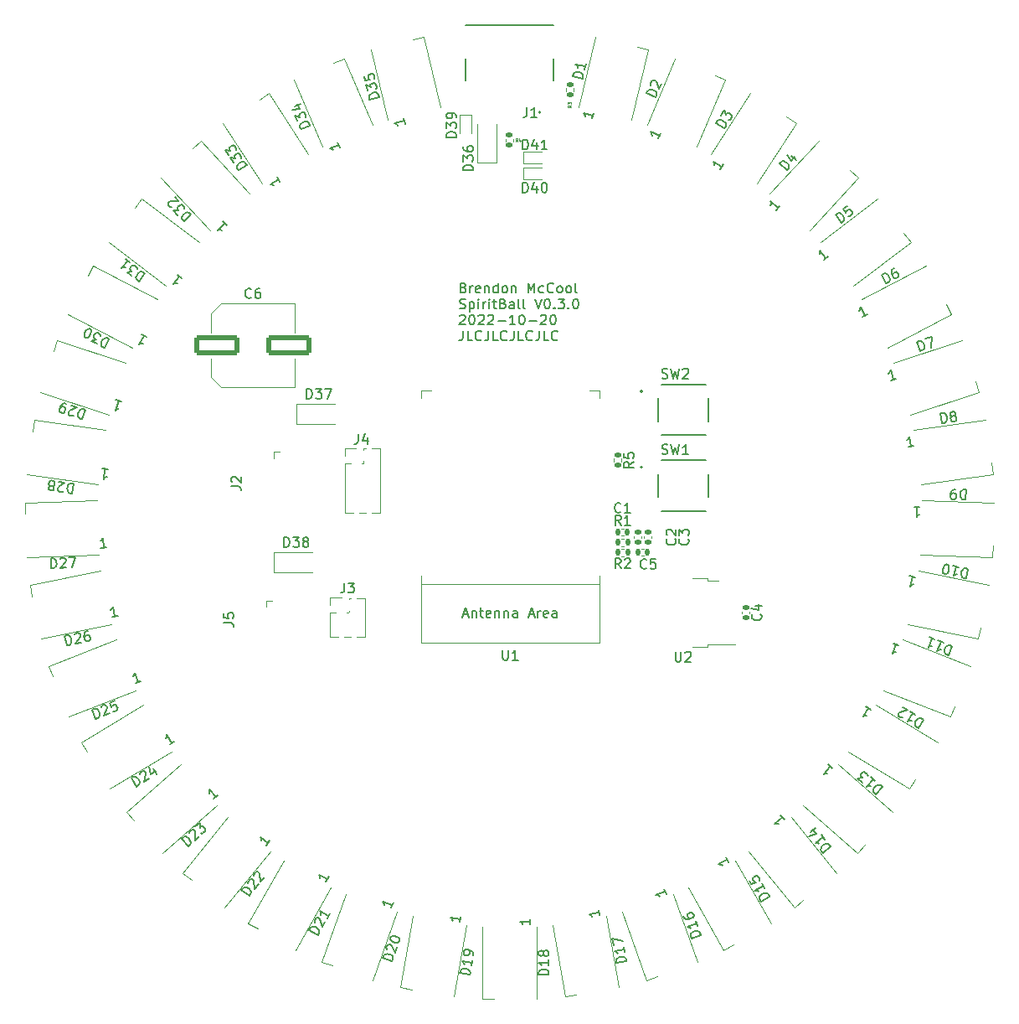
<source format=gbr>
%TF.GenerationSoftware,KiCad,Pcbnew,(6.0.7)*%
%TF.CreationDate,2022-10-20T10:19:37-04:00*%
%TF.ProjectId,SpiritBall,53706972-6974-4426-916c-6c2e6b696361,rev?*%
%TF.SameCoordinates,Original*%
%TF.FileFunction,Legend,Top*%
%TF.FilePolarity,Positive*%
%FSLAX46Y46*%
G04 Gerber Fmt 4.6, Leading zero omitted, Abs format (unit mm)*
G04 Created by KiCad (PCBNEW (6.0.7)) date 2022-10-20 10:19:37*
%MOMM*%
%LPD*%
G01*
G04 APERTURE LIST*
G04 Aperture macros list*
%AMRoundRect*
0 Rectangle with rounded corners*
0 $1 Rounding radius*
0 $2 $3 $4 $5 $6 $7 $8 $9 X,Y pos of 4 corners*
0 Add a 4 corners polygon primitive as box body*
4,1,4,$2,$3,$4,$5,$6,$7,$8,$9,$2,$3,0*
0 Add four circle primitives for the rounded corners*
1,1,$1+$1,$2,$3*
1,1,$1+$1,$4,$5*
1,1,$1+$1,$6,$7*
1,1,$1+$1,$8,$9*
0 Add four rect primitives between the rounded corners*
20,1,$1+$1,$2,$3,$4,$5,0*
20,1,$1+$1,$4,$5,$6,$7,0*
20,1,$1+$1,$6,$7,$8,$9,0*
20,1,$1+$1,$8,$9,$2,$3,0*%
%AMRotRect*
0 Rectangle, with rotation*
0 The origin of the aperture is its center*
0 $1 length*
0 $2 width*
0 $3 Rotation angle, in degrees counterclockwise*
0 Add horizontal line*
21,1,$1,$2,0,0,$3*%
G04 Aperture macros list end*
%ADD10C,0.150000*%
%ADD11C,0.080000*%
%ADD12C,0.120000*%
%ADD13C,0.127000*%
%ADD14C,0.200000*%
%ADD15R,0.900000X1.200000*%
%ADD16R,1.200000X0.900000*%
%ADD17R,0.600000X0.700000*%
%ADD18R,0.700000X0.600000*%
%ADD19RotRect,1.500000X1.000000X132.800000*%
%ADD20R,1.000000X0.750000*%
%ADD21RotRect,1.500000X1.000000X309.200000*%
%ADD22RoundRect,0.250001X-1.999999X-0.799999X1.999999X-0.799999X1.999999X0.799999X-1.999999X0.799999X0*%
%ADD23RotRect,1.500000X1.000000X211.200000*%
%ADD24RoundRect,0.135000X-0.185000X0.135000X-0.185000X-0.135000X0.185000X-0.135000X0.185000X0.135000X0*%
%ADD25RotRect,1.500000X1.000000X358.200000*%
%ADD26RotRect,1.500000X1.000000X289.600000*%
%ADD27RoundRect,0.140000X-0.170000X0.140000X-0.170000X-0.140000X0.170000X-0.140000X0.170000X0.140000X0*%
%ADD28R,1.000000X1.500000*%
%ADD29RotRect,1.500000X1.000000X76.600000*%
%ADD30RotRect,1.500000X1.000000X181.800000*%
%ADD31RoundRect,0.140000X-0.140000X-0.170000X0.140000X-0.170000X0.140000X0.170000X-0.140000X0.170000X0*%
%ADD32RotRect,1.500000X1.000000X338.600000*%
%ADD33RotRect,1.500000X1.000000X240.600000*%
%ADD34RoundRect,0.135000X0.135000X0.185000X-0.135000X0.185000X-0.135000X-0.185000X0.135000X-0.185000X0*%
%ADD35RotRect,1.500000X1.000000X57.000000*%
%ADD36RotRect,1.500000X1.000000X221.000000*%
%ADD37RotRect,1.500000X1.000000X47.200000*%
%ADD38RotRect,1.500000X1.000000X103.400000*%
%ADD39RotRect,1.500000X1.000000X348.400000*%
%ADD40RotRect,1.500000X1.000000X66.800000*%
%ADD41C,0.990600*%
%ADD42C,2.374900*%
%ADD43C,0.787400*%
%ADD44RoundRect,0.140000X0.170000X-0.140000X0.170000X0.140000X-0.170000X0.140000X-0.170000X-0.140000X0*%
%ADD45RotRect,1.500000X1.000000X123.000000*%
%ADD46RotRect,1.500000X1.000000X37.400000*%
%ADD47RoundRect,0.135000X0.185000X-0.135000X0.185000X0.135000X-0.185000X0.135000X-0.185000X-0.135000X0*%
%ADD48RotRect,1.500000X1.000000X17.800000*%
%ADD49RoundRect,0.135000X-0.135000X-0.185000X0.135000X-0.185000X0.135000X0.185000X-0.135000X0.185000X0*%
%ADD50RotRect,1.500000X1.000000X8.000000*%
%ADD51RotRect,1.500000X1.000000X27.600000*%
%ADD52RotRect,1.500000X1.000000X142.600000*%
%ADD53RotRect,1.500000X1.000000X279.800000*%
%ADD54RotRect,1.500000X1.000000X191.600000*%
%ADD55R,1.000000X1.000000*%
%ADD56O,1.000000X1.000000*%
%ADD57RotRect,1.500000X1.000000X152.400000*%
%ADD58RotRect,1.500000X1.000000X250.400000*%
%ADD59RotRect,1.500000X1.000000X328.800000*%
%ADD60R,1.500000X0.900000*%
%ADD61R,0.900000X1.500000*%
%ADD62R,0.900000X0.900000*%
%ADD63R,0.300000X0.700000*%
%ADD64R,1.000000X0.700000*%
%ADD65R,2.200000X1.200000*%
%ADD66R,6.400000X5.800000*%
%ADD67RotRect,1.500000X1.000000X319.000000*%
%ADD68RotRect,1.500000X1.000000X172.000000*%
%ADD69RotRect,1.500000X1.000000X113.200000*%
%ADD70RotRect,1.500000X1.000000X260.200000*%
%ADD71RotRect,1.500000X1.000000X201.400000*%
%ADD72RotRect,1.500000X1.000000X162.200000*%
%ADD73RotRect,1.500000X1.000000X230.800000*%
%ADD74RotRect,1.500000X1.000000X299.400000*%
G04 APERTURE END LIST*
D10*
X96934928Y-78666571D02*
X97077785Y-78714190D01*
X97125404Y-78761809D01*
X97173023Y-78857047D01*
X97173023Y-78999904D01*
X97125404Y-79095142D01*
X97077785Y-79142761D01*
X96982547Y-79190380D01*
X96601595Y-79190380D01*
X96601595Y-78190380D01*
X96934928Y-78190380D01*
X97030166Y-78238000D01*
X97077785Y-78285619D01*
X97125404Y-78380857D01*
X97125404Y-78476095D01*
X97077785Y-78571333D01*
X97030166Y-78618952D01*
X96934928Y-78666571D01*
X96601595Y-78666571D01*
X97601595Y-79190380D02*
X97601595Y-78523714D01*
X97601595Y-78714190D02*
X97649214Y-78618952D01*
X97696833Y-78571333D01*
X97792071Y-78523714D01*
X97887309Y-78523714D01*
X98601595Y-79142761D02*
X98506357Y-79190380D01*
X98315880Y-79190380D01*
X98220642Y-79142761D01*
X98173023Y-79047523D01*
X98173023Y-78666571D01*
X98220642Y-78571333D01*
X98315880Y-78523714D01*
X98506357Y-78523714D01*
X98601595Y-78571333D01*
X98649214Y-78666571D01*
X98649214Y-78761809D01*
X98173023Y-78857047D01*
X99077785Y-78523714D02*
X99077785Y-79190380D01*
X99077785Y-78618952D02*
X99125404Y-78571333D01*
X99220642Y-78523714D01*
X99363500Y-78523714D01*
X99458738Y-78571333D01*
X99506357Y-78666571D01*
X99506357Y-79190380D01*
X100411119Y-79190380D02*
X100411119Y-78190380D01*
X100411119Y-79142761D02*
X100315880Y-79190380D01*
X100125404Y-79190380D01*
X100030166Y-79142761D01*
X99982547Y-79095142D01*
X99934928Y-78999904D01*
X99934928Y-78714190D01*
X99982547Y-78618952D01*
X100030166Y-78571333D01*
X100125404Y-78523714D01*
X100315880Y-78523714D01*
X100411119Y-78571333D01*
X101030166Y-79190380D02*
X100934928Y-79142761D01*
X100887309Y-79095142D01*
X100839690Y-78999904D01*
X100839690Y-78714190D01*
X100887309Y-78618952D01*
X100934928Y-78571333D01*
X101030166Y-78523714D01*
X101173023Y-78523714D01*
X101268261Y-78571333D01*
X101315880Y-78618952D01*
X101363500Y-78714190D01*
X101363500Y-78999904D01*
X101315880Y-79095142D01*
X101268261Y-79142761D01*
X101173023Y-79190380D01*
X101030166Y-79190380D01*
X101792071Y-78523714D02*
X101792071Y-79190380D01*
X101792071Y-78618952D02*
X101839690Y-78571333D01*
X101934928Y-78523714D01*
X102077785Y-78523714D01*
X102173023Y-78571333D01*
X102220642Y-78666571D01*
X102220642Y-79190380D01*
X103458738Y-79190380D02*
X103458738Y-78190380D01*
X103792071Y-78904666D01*
X104125404Y-78190380D01*
X104125404Y-79190380D01*
X105030166Y-79142761D02*
X104934928Y-79190380D01*
X104744452Y-79190380D01*
X104649214Y-79142761D01*
X104601595Y-79095142D01*
X104553976Y-78999904D01*
X104553976Y-78714190D01*
X104601595Y-78618952D01*
X104649214Y-78571333D01*
X104744452Y-78523714D01*
X104934928Y-78523714D01*
X105030166Y-78571333D01*
X106030166Y-79095142D02*
X105982547Y-79142761D01*
X105839690Y-79190380D01*
X105744452Y-79190380D01*
X105601595Y-79142761D01*
X105506357Y-79047523D01*
X105458738Y-78952285D01*
X105411119Y-78761809D01*
X105411119Y-78618952D01*
X105458738Y-78428476D01*
X105506357Y-78333238D01*
X105601595Y-78238000D01*
X105744452Y-78190380D01*
X105839690Y-78190380D01*
X105982547Y-78238000D01*
X106030166Y-78285619D01*
X106601595Y-79190380D02*
X106506357Y-79142761D01*
X106458738Y-79095142D01*
X106411119Y-78999904D01*
X106411119Y-78714190D01*
X106458738Y-78618952D01*
X106506357Y-78571333D01*
X106601595Y-78523714D01*
X106744452Y-78523714D01*
X106839690Y-78571333D01*
X106887309Y-78618952D01*
X106934928Y-78714190D01*
X106934928Y-78999904D01*
X106887309Y-79095142D01*
X106839690Y-79142761D01*
X106744452Y-79190380D01*
X106601595Y-79190380D01*
X107506357Y-79190380D02*
X107411119Y-79142761D01*
X107363500Y-79095142D01*
X107315880Y-78999904D01*
X107315880Y-78714190D01*
X107363500Y-78618952D01*
X107411119Y-78571333D01*
X107506357Y-78523714D01*
X107649214Y-78523714D01*
X107744452Y-78571333D01*
X107792071Y-78618952D01*
X107839690Y-78714190D01*
X107839690Y-78999904D01*
X107792071Y-79095142D01*
X107744452Y-79142761D01*
X107649214Y-79190380D01*
X107506357Y-79190380D01*
X108411119Y-79190380D02*
X108315880Y-79142761D01*
X108268261Y-79047523D01*
X108268261Y-78190380D01*
X96553976Y-80752761D02*
X96696833Y-80800380D01*
X96934928Y-80800380D01*
X97030166Y-80752761D01*
X97077785Y-80705142D01*
X97125404Y-80609904D01*
X97125404Y-80514666D01*
X97077785Y-80419428D01*
X97030166Y-80371809D01*
X96934928Y-80324190D01*
X96744452Y-80276571D01*
X96649214Y-80228952D01*
X96601595Y-80181333D01*
X96553976Y-80086095D01*
X96553976Y-79990857D01*
X96601595Y-79895619D01*
X96649214Y-79848000D01*
X96744452Y-79800380D01*
X96982547Y-79800380D01*
X97125404Y-79848000D01*
X97553976Y-80133714D02*
X97553976Y-81133714D01*
X97553976Y-80181333D02*
X97649214Y-80133714D01*
X97839690Y-80133714D01*
X97934928Y-80181333D01*
X97982547Y-80228952D01*
X98030166Y-80324190D01*
X98030166Y-80609904D01*
X97982547Y-80705142D01*
X97934928Y-80752761D01*
X97839690Y-80800380D01*
X97649214Y-80800380D01*
X97553976Y-80752761D01*
X98458738Y-80800380D02*
X98458738Y-80133714D01*
X98458738Y-79800380D02*
X98411119Y-79848000D01*
X98458738Y-79895619D01*
X98506357Y-79848000D01*
X98458738Y-79800380D01*
X98458738Y-79895619D01*
X98934928Y-80800380D02*
X98934928Y-80133714D01*
X98934928Y-80324190D02*
X98982547Y-80228952D01*
X99030166Y-80181333D01*
X99125404Y-80133714D01*
X99220642Y-80133714D01*
X99553976Y-80800380D02*
X99553976Y-80133714D01*
X99553976Y-79800380D02*
X99506357Y-79848000D01*
X99553976Y-79895619D01*
X99601595Y-79848000D01*
X99553976Y-79800380D01*
X99553976Y-79895619D01*
X99887309Y-80133714D02*
X100268261Y-80133714D01*
X100030166Y-79800380D02*
X100030166Y-80657523D01*
X100077785Y-80752761D01*
X100173023Y-80800380D01*
X100268261Y-80800380D01*
X100934928Y-80276571D02*
X101077785Y-80324190D01*
X101125404Y-80371809D01*
X101173023Y-80467047D01*
X101173023Y-80609904D01*
X101125404Y-80705142D01*
X101077785Y-80752761D01*
X100982547Y-80800380D01*
X100601595Y-80800380D01*
X100601595Y-79800380D01*
X100934928Y-79800380D01*
X101030166Y-79848000D01*
X101077785Y-79895619D01*
X101125404Y-79990857D01*
X101125404Y-80086095D01*
X101077785Y-80181333D01*
X101030166Y-80228952D01*
X100934928Y-80276571D01*
X100601595Y-80276571D01*
X102030166Y-80800380D02*
X102030166Y-80276571D01*
X101982547Y-80181333D01*
X101887309Y-80133714D01*
X101696833Y-80133714D01*
X101601595Y-80181333D01*
X102030166Y-80752761D02*
X101934928Y-80800380D01*
X101696833Y-80800380D01*
X101601595Y-80752761D01*
X101553976Y-80657523D01*
X101553976Y-80562285D01*
X101601595Y-80467047D01*
X101696833Y-80419428D01*
X101934928Y-80419428D01*
X102030166Y-80371809D01*
X102649214Y-80800380D02*
X102553976Y-80752761D01*
X102506357Y-80657523D01*
X102506357Y-79800380D01*
X103173023Y-80800380D02*
X103077785Y-80752761D01*
X103030166Y-80657523D01*
X103030166Y-79800380D01*
X104173023Y-79800380D02*
X104506357Y-80800380D01*
X104839690Y-79800380D01*
X105363500Y-79800380D02*
X105458738Y-79800380D01*
X105553976Y-79848000D01*
X105601595Y-79895619D01*
X105649214Y-79990857D01*
X105696833Y-80181333D01*
X105696833Y-80419428D01*
X105649214Y-80609904D01*
X105601595Y-80705142D01*
X105553976Y-80752761D01*
X105458738Y-80800380D01*
X105363500Y-80800380D01*
X105268261Y-80752761D01*
X105220642Y-80705142D01*
X105173023Y-80609904D01*
X105125404Y-80419428D01*
X105125404Y-80181333D01*
X105173023Y-79990857D01*
X105220642Y-79895619D01*
X105268261Y-79848000D01*
X105363500Y-79800380D01*
X106125404Y-80705142D02*
X106173023Y-80752761D01*
X106125404Y-80800380D01*
X106077785Y-80752761D01*
X106125404Y-80705142D01*
X106125404Y-80800380D01*
X106506357Y-79800380D02*
X107125404Y-79800380D01*
X106792071Y-80181333D01*
X106934928Y-80181333D01*
X107030166Y-80228952D01*
X107077785Y-80276571D01*
X107125404Y-80371809D01*
X107125404Y-80609904D01*
X107077785Y-80705142D01*
X107030166Y-80752761D01*
X106934928Y-80800380D01*
X106649214Y-80800380D01*
X106553976Y-80752761D01*
X106506357Y-80705142D01*
X107553976Y-80705142D02*
X107601595Y-80752761D01*
X107553976Y-80800380D01*
X107506357Y-80752761D01*
X107553976Y-80705142D01*
X107553976Y-80800380D01*
X108220642Y-79800380D02*
X108315880Y-79800380D01*
X108411119Y-79848000D01*
X108458738Y-79895619D01*
X108506357Y-79990857D01*
X108553976Y-80181333D01*
X108553976Y-80419428D01*
X108506357Y-80609904D01*
X108458738Y-80705142D01*
X108411119Y-80752761D01*
X108315880Y-80800380D01*
X108220642Y-80800380D01*
X108125404Y-80752761D01*
X108077785Y-80705142D01*
X108030166Y-80609904D01*
X107982547Y-80419428D01*
X107982547Y-80181333D01*
X108030166Y-79990857D01*
X108077785Y-79895619D01*
X108125404Y-79848000D01*
X108220642Y-79800380D01*
X96553976Y-81505619D02*
X96601595Y-81458000D01*
X96696833Y-81410380D01*
X96934928Y-81410380D01*
X97030166Y-81458000D01*
X97077785Y-81505619D01*
X97125404Y-81600857D01*
X97125404Y-81696095D01*
X97077785Y-81838952D01*
X96506357Y-82410380D01*
X97125404Y-82410380D01*
X97744452Y-81410380D02*
X97839690Y-81410380D01*
X97934928Y-81458000D01*
X97982547Y-81505619D01*
X98030166Y-81600857D01*
X98077785Y-81791333D01*
X98077785Y-82029428D01*
X98030166Y-82219904D01*
X97982547Y-82315142D01*
X97934928Y-82362761D01*
X97839690Y-82410380D01*
X97744452Y-82410380D01*
X97649214Y-82362761D01*
X97601595Y-82315142D01*
X97553976Y-82219904D01*
X97506357Y-82029428D01*
X97506357Y-81791333D01*
X97553976Y-81600857D01*
X97601595Y-81505619D01*
X97649214Y-81458000D01*
X97744452Y-81410380D01*
X98458738Y-81505619D02*
X98506357Y-81458000D01*
X98601595Y-81410380D01*
X98839690Y-81410380D01*
X98934928Y-81458000D01*
X98982547Y-81505619D01*
X99030166Y-81600857D01*
X99030166Y-81696095D01*
X98982547Y-81838952D01*
X98411119Y-82410380D01*
X99030166Y-82410380D01*
X99411119Y-81505619D02*
X99458738Y-81458000D01*
X99553976Y-81410380D01*
X99792071Y-81410380D01*
X99887309Y-81458000D01*
X99934928Y-81505619D01*
X99982547Y-81600857D01*
X99982547Y-81696095D01*
X99934928Y-81838952D01*
X99363500Y-82410380D01*
X99982547Y-82410380D01*
X100411119Y-82029428D02*
X101173023Y-82029428D01*
X102173023Y-82410380D02*
X101601595Y-82410380D01*
X101887309Y-82410380D02*
X101887309Y-81410380D01*
X101792071Y-81553238D01*
X101696833Y-81648476D01*
X101601595Y-81696095D01*
X102792071Y-81410380D02*
X102887309Y-81410380D01*
X102982547Y-81458000D01*
X103030166Y-81505619D01*
X103077785Y-81600857D01*
X103125404Y-81791333D01*
X103125404Y-82029428D01*
X103077785Y-82219904D01*
X103030166Y-82315142D01*
X102982547Y-82362761D01*
X102887309Y-82410380D01*
X102792071Y-82410380D01*
X102696833Y-82362761D01*
X102649214Y-82315142D01*
X102601595Y-82219904D01*
X102553976Y-82029428D01*
X102553976Y-81791333D01*
X102601595Y-81600857D01*
X102649214Y-81505619D01*
X102696833Y-81458000D01*
X102792071Y-81410380D01*
X103553976Y-82029428D02*
X104315880Y-82029428D01*
X104744452Y-81505619D02*
X104792071Y-81458000D01*
X104887309Y-81410380D01*
X105125404Y-81410380D01*
X105220642Y-81458000D01*
X105268261Y-81505619D01*
X105315880Y-81600857D01*
X105315880Y-81696095D01*
X105268261Y-81838952D01*
X104696833Y-82410380D01*
X105315880Y-82410380D01*
X105934928Y-81410380D02*
X106030166Y-81410380D01*
X106125404Y-81458000D01*
X106173023Y-81505619D01*
X106220642Y-81600857D01*
X106268261Y-81791333D01*
X106268261Y-82029428D01*
X106220642Y-82219904D01*
X106173023Y-82315142D01*
X106125404Y-82362761D01*
X106030166Y-82410380D01*
X105934928Y-82410380D01*
X105839690Y-82362761D01*
X105792071Y-82315142D01*
X105744452Y-82219904D01*
X105696833Y-82029428D01*
X105696833Y-81791333D01*
X105744452Y-81600857D01*
X105792071Y-81505619D01*
X105839690Y-81458000D01*
X105934928Y-81410380D01*
X96887309Y-83020380D02*
X96887309Y-83734666D01*
X96839690Y-83877523D01*
X96744452Y-83972761D01*
X96601595Y-84020380D01*
X96506357Y-84020380D01*
X97839690Y-84020380D02*
X97363500Y-84020380D01*
X97363500Y-83020380D01*
X98744452Y-83925142D02*
X98696833Y-83972761D01*
X98553976Y-84020380D01*
X98458738Y-84020380D01*
X98315880Y-83972761D01*
X98220642Y-83877523D01*
X98173023Y-83782285D01*
X98125404Y-83591809D01*
X98125404Y-83448952D01*
X98173023Y-83258476D01*
X98220642Y-83163238D01*
X98315880Y-83068000D01*
X98458738Y-83020380D01*
X98553976Y-83020380D01*
X98696833Y-83068000D01*
X98744452Y-83115619D01*
X99458738Y-83020380D02*
X99458738Y-83734666D01*
X99411119Y-83877523D01*
X99315880Y-83972761D01*
X99173023Y-84020380D01*
X99077785Y-84020380D01*
X100411119Y-84020380D02*
X99934928Y-84020380D01*
X99934928Y-83020380D01*
X101315880Y-83925142D02*
X101268261Y-83972761D01*
X101125404Y-84020380D01*
X101030166Y-84020380D01*
X100887309Y-83972761D01*
X100792071Y-83877523D01*
X100744452Y-83782285D01*
X100696833Y-83591809D01*
X100696833Y-83448952D01*
X100744452Y-83258476D01*
X100792071Y-83163238D01*
X100887309Y-83068000D01*
X101030166Y-83020380D01*
X101125404Y-83020380D01*
X101268261Y-83068000D01*
X101315880Y-83115619D01*
X102030166Y-83020380D02*
X102030166Y-83734666D01*
X101982547Y-83877523D01*
X101887309Y-83972761D01*
X101744452Y-84020380D01*
X101649214Y-84020380D01*
X102982547Y-84020380D02*
X102506357Y-84020380D01*
X102506357Y-83020380D01*
X103887309Y-83925142D02*
X103839690Y-83972761D01*
X103696833Y-84020380D01*
X103601595Y-84020380D01*
X103458738Y-83972761D01*
X103363500Y-83877523D01*
X103315880Y-83782285D01*
X103268261Y-83591809D01*
X103268261Y-83448952D01*
X103315880Y-83258476D01*
X103363500Y-83163238D01*
X103458738Y-83068000D01*
X103601595Y-83020380D01*
X103696833Y-83020380D01*
X103839690Y-83068000D01*
X103887309Y-83115619D01*
X104601595Y-83020380D02*
X104601595Y-83734666D01*
X104553976Y-83877523D01*
X104458738Y-83972761D01*
X104315880Y-84020380D01*
X104220642Y-84020380D01*
X105553976Y-84020380D02*
X105077785Y-84020380D01*
X105077785Y-83020380D01*
X106458738Y-83925142D02*
X106411119Y-83972761D01*
X106268261Y-84020380D01*
X106173023Y-84020380D01*
X106030166Y-83972761D01*
X105934928Y-83877523D01*
X105887309Y-83782285D01*
X105839690Y-83591809D01*
X105839690Y-83448952D01*
X105887309Y-83258476D01*
X105934928Y-83163238D01*
X106030166Y-83068000D01*
X106173023Y-83020380D01*
X106268261Y-83020380D01*
X106411119Y-83068000D01*
X106458738Y-83115619D01*
%TO.C,D38*%
X78795714Y-104878380D02*
X78795714Y-103878380D01*
X79033809Y-103878380D01*
X79176666Y-103926000D01*
X79271904Y-104021238D01*
X79319523Y-104116476D01*
X79367142Y-104306952D01*
X79367142Y-104449809D01*
X79319523Y-104640285D01*
X79271904Y-104735523D01*
X79176666Y-104830761D01*
X79033809Y-104878380D01*
X78795714Y-104878380D01*
X79700476Y-103878380D02*
X80319523Y-103878380D01*
X79986190Y-104259333D01*
X80129047Y-104259333D01*
X80224285Y-104306952D01*
X80271904Y-104354571D01*
X80319523Y-104449809D01*
X80319523Y-104687904D01*
X80271904Y-104783142D01*
X80224285Y-104830761D01*
X80129047Y-104878380D01*
X79843333Y-104878380D01*
X79748095Y-104830761D01*
X79700476Y-104783142D01*
X80890952Y-104306952D02*
X80795714Y-104259333D01*
X80748095Y-104211714D01*
X80700476Y-104116476D01*
X80700476Y-104068857D01*
X80748095Y-103973619D01*
X80795714Y-103926000D01*
X80890952Y-103878380D01*
X81081428Y-103878380D01*
X81176666Y-103926000D01*
X81224285Y-103973619D01*
X81271904Y-104068857D01*
X81271904Y-104116476D01*
X81224285Y-104211714D01*
X81176666Y-104259333D01*
X81081428Y-104306952D01*
X80890952Y-104306952D01*
X80795714Y-104354571D01*
X80748095Y-104402190D01*
X80700476Y-104497428D01*
X80700476Y-104687904D01*
X80748095Y-104783142D01*
X80795714Y-104830761D01*
X80890952Y-104878380D01*
X81081428Y-104878380D01*
X81176666Y-104830761D01*
X81224285Y-104783142D01*
X81271904Y-104687904D01*
X81271904Y-104497428D01*
X81224285Y-104402190D01*
X81176666Y-104354571D01*
X81081428Y-104306952D01*
%TO.C,D37*%
X81081714Y-89892380D02*
X81081714Y-88892380D01*
X81319809Y-88892380D01*
X81462666Y-88940000D01*
X81557904Y-89035238D01*
X81605523Y-89130476D01*
X81653142Y-89320952D01*
X81653142Y-89463809D01*
X81605523Y-89654285D01*
X81557904Y-89749523D01*
X81462666Y-89844761D01*
X81319809Y-89892380D01*
X81081714Y-89892380D01*
X81986476Y-88892380D02*
X82605523Y-88892380D01*
X82272190Y-89273333D01*
X82415047Y-89273333D01*
X82510285Y-89320952D01*
X82557904Y-89368571D01*
X82605523Y-89463809D01*
X82605523Y-89701904D01*
X82557904Y-89797142D01*
X82510285Y-89844761D01*
X82415047Y-89892380D01*
X82129333Y-89892380D01*
X82034095Y-89844761D01*
X81986476Y-89797142D01*
X82938857Y-88892380D02*
X83605523Y-88892380D01*
X83176952Y-89892380D01*
%TO.C,D36*%
X97912180Y-66822485D02*
X96912180Y-66822485D01*
X96912180Y-66584390D01*
X96959800Y-66441533D01*
X97055038Y-66346295D01*
X97150276Y-66298676D01*
X97340752Y-66251057D01*
X97483609Y-66251057D01*
X97674085Y-66298676D01*
X97769323Y-66346295D01*
X97864561Y-66441533D01*
X97912180Y-66584390D01*
X97912180Y-66822485D01*
X96912180Y-65917723D02*
X96912180Y-65298676D01*
X97293133Y-65632009D01*
X97293133Y-65489152D01*
X97340752Y-65393914D01*
X97388371Y-65346295D01*
X97483609Y-65298676D01*
X97721704Y-65298676D01*
X97816942Y-65346295D01*
X97864561Y-65393914D01*
X97912180Y-65489152D01*
X97912180Y-65774866D01*
X97864561Y-65870104D01*
X97816942Y-65917723D01*
X96912180Y-64441533D02*
X96912180Y-64632009D01*
X96959800Y-64727247D01*
X97007419Y-64774866D01*
X97150276Y-64870104D01*
X97340752Y-64917723D01*
X97721704Y-64917723D01*
X97816942Y-64870104D01*
X97864561Y-64822485D01*
X97912180Y-64727247D01*
X97912180Y-64536771D01*
X97864561Y-64441533D01*
X97816942Y-64393914D01*
X97721704Y-64346295D01*
X97483609Y-64346295D01*
X97388371Y-64393914D01*
X97340752Y-64441533D01*
X97293133Y-64536771D01*
X97293133Y-64727247D01*
X97340752Y-64822485D01*
X97388371Y-64870104D01*
X97483609Y-64917723D01*
%TO.C,D41*%
X102925714Y-64709780D02*
X102925714Y-63709780D01*
X103163809Y-63709780D01*
X103306666Y-63757400D01*
X103401904Y-63852638D01*
X103449523Y-63947876D01*
X103497142Y-64138352D01*
X103497142Y-64281209D01*
X103449523Y-64471685D01*
X103401904Y-64566923D01*
X103306666Y-64662161D01*
X103163809Y-64709780D01*
X102925714Y-64709780D01*
X104354285Y-64043114D02*
X104354285Y-64709780D01*
X104116190Y-63662161D02*
X103878095Y-64376447D01*
X104497142Y-64376447D01*
X105401904Y-64709780D02*
X104830476Y-64709780D01*
X105116190Y-64709780D02*
X105116190Y-63709780D01*
X105020952Y-63852638D01*
X104925714Y-63947876D01*
X104830476Y-63995495D01*
%TO.C,D40*%
X102926114Y-69057780D02*
X102926114Y-68057780D01*
X103164209Y-68057780D01*
X103307066Y-68105400D01*
X103402304Y-68200638D01*
X103449923Y-68295876D01*
X103497542Y-68486352D01*
X103497542Y-68629209D01*
X103449923Y-68819685D01*
X103402304Y-68914923D01*
X103307066Y-69010161D01*
X103164209Y-69057780D01*
X102926114Y-69057780D01*
X104354685Y-68391114D02*
X104354685Y-69057780D01*
X104116590Y-68010161D02*
X103878495Y-68724447D01*
X104497542Y-68724447D01*
X105068971Y-68057780D02*
X105164209Y-68057780D01*
X105259447Y-68105400D01*
X105307066Y-68153019D01*
X105354685Y-68248257D01*
X105402304Y-68438733D01*
X105402304Y-68676828D01*
X105354685Y-68867304D01*
X105307066Y-68962542D01*
X105259447Y-69010161D01*
X105164209Y-69057780D01*
X105068971Y-69057780D01*
X104973733Y-69010161D01*
X104926114Y-68962542D01*
X104878495Y-68867304D01*
X104830876Y-68676828D01*
X104830876Y-68438733D01*
X104878495Y-68248257D01*
X104926114Y-68153019D01*
X104973733Y-68105400D01*
X105068971Y-68057780D01*
%TO.C,D39*%
X96210380Y-63495085D02*
X95210380Y-63495085D01*
X95210380Y-63256990D01*
X95258000Y-63114133D01*
X95353238Y-63018895D01*
X95448476Y-62971276D01*
X95638952Y-62923657D01*
X95781809Y-62923657D01*
X95972285Y-62971276D01*
X96067523Y-63018895D01*
X96162761Y-63114133D01*
X96210380Y-63256990D01*
X96210380Y-63495085D01*
X95210380Y-62590323D02*
X95210380Y-61971276D01*
X95591333Y-62304609D01*
X95591333Y-62161752D01*
X95638952Y-62066514D01*
X95686571Y-62018895D01*
X95781809Y-61971276D01*
X96019904Y-61971276D01*
X96115142Y-62018895D01*
X96162761Y-62066514D01*
X96210380Y-62161752D01*
X96210380Y-62447466D01*
X96162761Y-62542704D01*
X96115142Y-62590323D01*
X96210380Y-61495085D02*
X96210380Y-61304609D01*
X96162761Y-61209371D01*
X96115142Y-61161752D01*
X95972285Y-61066514D01*
X95781809Y-61018895D01*
X95400857Y-61018895D01*
X95305619Y-61066514D01*
X95258000Y-61114133D01*
X95210380Y-61209371D01*
X95210380Y-61399847D01*
X95258000Y-61495085D01*
X95305619Y-61542704D01*
X95400857Y-61590323D01*
X95638952Y-61590323D01*
X95734190Y-61542704D01*
X95781809Y-61495085D01*
X95829428Y-61399847D01*
X95829428Y-61209371D01*
X95781809Y-61114133D01*
X95734190Y-61066514D01*
X95638952Y-61018895D01*
%TO.C,D32*%
X69410215Y-71323673D02*
X68676485Y-72003114D01*
X68514713Y-71828417D01*
X68452590Y-71691244D01*
X68457760Y-71556656D01*
X68495285Y-71457008D01*
X68602688Y-71292651D01*
X68707507Y-71195588D01*
X68879619Y-71101110D01*
X68981853Y-71071341D01*
X69116440Y-71076511D01*
X69248443Y-71148975D01*
X69410215Y-71323673D01*
X68061752Y-71339263D02*
X67641146Y-70885050D01*
X68147142Y-70870791D01*
X68050079Y-70765973D01*
X68020310Y-70663740D01*
X68022895Y-70596446D01*
X68060420Y-70496797D01*
X68235118Y-70335026D01*
X68337351Y-70305257D01*
X68404645Y-70307842D01*
X68504293Y-70345366D01*
X68698419Y-70555004D01*
X68728188Y-70657237D01*
X68725603Y-70724531D01*
X67452190Y-70540825D02*
X67384896Y-70538240D01*
X67285248Y-70500715D01*
X67123476Y-70326017D01*
X67093707Y-70223784D01*
X67096292Y-70156490D01*
X67133817Y-70056842D01*
X67203696Y-69992133D01*
X67340869Y-69930010D01*
X68148395Y-69961032D01*
X67727789Y-69506818D01*
X72604822Y-71977118D02*
X72993074Y-72396392D01*
X72798948Y-72186755D02*
X72065218Y-72866196D01*
X72234745Y-72839012D01*
X72369333Y-72844183D01*
X72468981Y-72881708D01*
%TO.C,SW2*%
X117018466Y-87803361D02*
X117161323Y-87850980D01*
X117399419Y-87850980D01*
X117494657Y-87803361D01*
X117542276Y-87755742D01*
X117589895Y-87660504D01*
X117589895Y-87565266D01*
X117542276Y-87470028D01*
X117494657Y-87422409D01*
X117399419Y-87374790D01*
X117208942Y-87327171D01*
X117113704Y-87279552D01*
X117066085Y-87231933D01*
X117018466Y-87136695D01*
X117018466Y-87041457D01*
X117066085Y-86946219D01*
X117113704Y-86898600D01*
X117208942Y-86850980D01*
X117447038Y-86850980D01*
X117589895Y-86898600D01*
X117923228Y-86850980D02*
X118161323Y-87850980D01*
X118351800Y-87136695D01*
X118542276Y-87850980D01*
X118780371Y-86850980D01*
X119113704Y-86946219D02*
X119161323Y-86898600D01*
X119256561Y-86850980D01*
X119494657Y-86850980D01*
X119589895Y-86898600D01*
X119637514Y-86946219D01*
X119685133Y-87041457D01*
X119685133Y-87136695D01*
X119637514Y-87279552D01*
X119066085Y-87850980D01*
X119685133Y-87850980D01*
%TO.C,D14*%
X134061267Y-135147968D02*
X133286322Y-135779997D01*
X133135839Y-135595486D01*
X133082451Y-135454683D01*
X133096062Y-135320686D01*
X133139770Y-135223590D01*
X133257282Y-135066302D01*
X133367988Y-134976012D01*
X133545693Y-134892527D01*
X133649594Y-134869236D01*
X133783592Y-134882847D01*
X133910784Y-134963457D01*
X134061267Y-135147968D01*
X133098175Y-133967100D02*
X133459334Y-134409925D01*
X133278754Y-134188512D02*
X132503810Y-134820542D01*
X132674709Y-134804056D01*
X132808707Y-134817667D01*
X132905802Y-134861375D01*
X132039805Y-133724214D02*
X132556435Y-133302862D01*
X131895072Y-134149498D02*
X132599087Y-133882559D01*
X132207830Y-133402832D01*
X129017907Y-131970387D02*
X129379066Y-132413212D01*
X129198487Y-132191799D02*
X128423542Y-132823829D01*
X128594442Y-132807343D01*
X128728439Y-132820954D01*
X128825535Y-132864662D01*
%TO.C,C6*%
X75474533Y-79662942D02*
X75426914Y-79710561D01*
X75284057Y-79758180D01*
X75188819Y-79758180D01*
X75045961Y-79710561D01*
X74950723Y-79615323D01*
X74903104Y-79520085D01*
X74855485Y-79329609D01*
X74855485Y-79186752D01*
X74903104Y-78996276D01*
X74950723Y-78901038D01*
X75045961Y-78805800D01*
X75188819Y-78758180D01*
X75284057Y-78758180D01*
X75426914Y-78805800D01*
X75474533Y-78853419D01*
X76331676Y-78758180D02*
X76141200Y-78758180D01*
X76045961Y-78805800D01*
X75998342Y-78853419D01*
X75903104Y-78996276D01*
X75855485Y-79186752D01*
X75855485Y-79567704D01*
X75903104Y-79662942D01*
X75950723Y-79710561D01*
X76045961Y-79758180D01*
X76236438Y-79758180D01*
X76331676Y-79710561D01*
X76379295Y-79662942D01*
X76426914Y-79567704D01*
X76426914Y-79329609D01*
X76379295Y-79234371D01*
X76331676Y-79186752D01*
X76236438Y-79139133D01*
X76045961Y-79139133D01*
X75950723Y-79186752D01*
X75903104Y-79234371D01*
X75855485Y-79329609D01*
%TO.C,D24*%
X63860782Y-129076381D02*
X63342755Y-128221017D01*
X63546414Y-128097677D01*
X63693276Y-128064405D01*
X63824076Y-128096532D01*
X63914143Y-128153327D01*
X64053547Y-128291586D01*
X64127550Y-128413781D01*
X64185491Y-128601375D01*
X64194095Y-128707506D01*
X64161968Y-128838306D01*
X64064441Y-128953041D01*
X63860782Y-129076381D01*
X64206724Y-127809121D02*
X64222788Y-127743721D01*
X64279583Y-127653654D01*
X64483241Y-127530314D01*
X64589372Y-127521710D01*
X64654772Y-127537773D01*
X64744839Y-127594569D01*
X64794175Y-127676032D01*
X64827448Y-127822895D01*
X64634683Y-128607690D01*
X65164195Y-128287006D01*
X65552013Y-127272740D02*
X65897364Y-127842983D01*
X65151011Y-127070227D02*
X65317372Y-127804541D01*
X65846883Y-127483858D01*
X67709339Y-124524336D02*
X67220559Y-124820352D01*
X67464949Y-124672344D02*
X66946922Y-123816980D01*
X66939463Y-123988511D01*
X66907335Y-124119310D01*
X66850540Y-124209377D01*
%TO.C,R5*%
X114169780Y-96280266D02*
X113693590Y-96613600D01*
X114169780Y-96851695D02*
X113169780Y-96851695D01*
X113169780Y-96470742D01*
X113217400Y-96375504D01*
X113265019Y-96327885D01*
X113360257Y-96280266D01*
X113503114Y-96280266D01*
X113598352Y-96327885D01*
X113645971Y-96375504D01*
X113693590Y-96470742D01*
X113693590Y-96851695D01*
X113169780Y-95375504D02*
X113169780Y-95851695D01*
X113645971Y-95899314D01*
X113598352Y-95851695D01*
X113550733Y-95756457D01*
X113550733Y-95518361D01*
X113598352Y-95423123D01*
X113645971Y-95375504D01*
X113741209Y-95327885D01*
X113979304Y-95327885D01*
X114074542Y-95375504D01*
X114122161Y-95423123D01*
X114169780Y-95518361D01*
X114169780Y-95756457D01*
X114122161Y-95851695D01*
X114074542Y-95899314D01*
%TO.C,D9*%
X147739525Y-99095660D02*
X147708114Y-100095166D01*
X147470137Y-100087688D01*
X147328846Y-100035605D01*
X147236646Y-99937422D01*
X147192042Y-99840735D01*
X147150430Y-99648858D01*
X147154917Y-99506071D01*
X147208495Y-99317184D01*
X147259082Y-99223489D01*
X147357265Y-99131289D01*
X147501547Y-99088181D01*
X147739525Y-99095660D01*
X146692423Y-99062753D02*
X146502041Y-99056770D01*
X146405354Y-99101374D01*
X146356263Y-99147474D01*
X146256584Y-99287269D01*
X146203006Y-99476156D01*
X146191040Y-99856920D01*
X146235644Y-99953607D01*
X146281744Y-100002698D01*
X146375439Y-100053285D01*
X146565821Y-100059268D01*
X146662508Y-100014664D01*
X146711599Y-99968565D01*
X146762186Y-99874869D01*
X146769665Y-99636891D01*
X146725061Y-99540205D01*
X146678961Y-99491113D01*
X146585266Y-99440526D01*
X146394884Y-99434543D01*
X146298197Y-99479147D01*
X146249106Y-99525247D01*
X146198519Y-99618942D01*
X142508588Y-100832209D02*
X143079734Y-100850158D01*
X142794161Y-100841184D02*
X142762750Y-101840690D01*
X142862429Y-101700895D01*
X142960611Y-101608696D01*
X143057298Y-101564092D01*
%TO.C,D16*%
X120926659Y-144093297D02*
X119984602Y-144428748D01*
X119904733Y-144204449D01*
X119901671Y-144053895D01*
X119959443Y-143932228D01*
X120033189Y-143855420D01*
X120196654Y-143746665D01*
X120331234Y-143698743D01*
X120526647Y-143679707D01*
X120632341Y-143692619D01*
X120754008Y-143750391D01*
X120846790Y-143868997D01*
X120926659Y-144093297D01*
X120415495Y-142657780D02*
X120607182Y-143196099D01*
X120511338Y-142926940D02*
X119569281Y-143262391D01*
X119735808Y-143304189D01*
X119857476Y-143361961D01*
X119934284Y-143435707D01*
X119185908Y-142185754D02*
X119249803Y-142365194D01*
X119326611Y-142438940D01*
X119387445Y-142467826D01*
X119553972Y-142509624D01*
X119749385Y-142490588D01*
X120108265Y-142362797D01*
X120182010Y-142285989D01*
X120210896Y-142225155D01*
X120223808Y-142119462D01*
X120159913Y-141940022D01*
X120083105Y-141866276D01*
X120022272Y-141837390D01*
X119916578Y-141824478D01*
X119692279Y-141904348D01*
X119618533Y-141981155D01*
X119589647Y-142041989D01*
X119576735Y-142147683D01*
X119640630Y-142327122D01*
X119717438Y-142400868D01*
X119778271Y-142429754D01*
X119883965Y-142442666D01*
X117241449Y-139408029D02*
X117433136Y-139946348D01*
X117337292Y-139677189D02*
X116395235Y-140012640D01*
X116561762Y-140054438D01*
X116683430Y-140112210D01*
X116760237Y-140185956D01*
%TO.C,C4*%
X126993142Y-111672666D02*
X127040761Y-111720285D01*
X127088380Y-111863142D01*
X127088380Y-111958380D01*
X127040761Y-112101238D01*
X126945523Y-112196476D01*
X126850285Y-112244095D01*
X126659809Y-112291714D01*
X126516952Y-112291714D01*
X126326476Y-112244095D01*
X126231238Y-112196476D01*
X126136000Y-112101238D01*
X126088380Y-111958380D01*
X126088380Y-111863142D01*
X126136000Y-111720285D01*
X126183619Y-111672666D01*
X126421714Y-110815523D02*
X127088380Y-110815523D01*
X126040761Y-111053619D02*
X126755047Y-111291714D01*
X126755047Y-110672666D01*
%TO.C,D18*%
X105552380Y-148114285D02*
X104552380Y-148114285D01*
X104552380Y-147876190D01*
X104600000Y-147733333D01*
X104695238Y-147638095D01*
X104790476Y-147590476D01*
X104980952Y-147542857D01*
X105123809Y-147542857D01*
X105314285Y-147590476D01*
X105409523Y-147638095D01*
X105504761Y-147733333D01*
X105552380Y-147876190D01*
X105552380Y-148114285D01*
X105552380Y-146590476D02*
X105552380Y-147161904D01*
X105552380Y-146876190D02*
X104552380Y-146876190D01*
X104695238Y-146971428D01*
X104790476Y-147066666D01*
X104838095Y-147161904D01*
X104980952Y-146019047D02*
X104933333Y-146114285D01*
X104885714Y-146161904D01*
X104790476Y-146209523D01*
X104742857Y-146209523D01*
X104647619Y-146161904D01*
X104600000Y-146114285D01*
X104552380Y-146019047D01*
X104552380Y-145828571D01*
X104600000Y-145733333D01*
X104647619Y-145685714D01*
X104742857Y-145638095D01*
X104790476Y-145638095D01*
X104885714Y-145685714D01*
X104933333Y-145733333D01*
X104980952Y-145828571D01*
X104980952Y-146019047D01*
X105028571Y-146114285D01*
X105076190Y-146161904D01*
X105171428Y-146209523D01*
X105361904Y-146209523D01*
X105457142Y-146161904D01*
X105504761Y-146114285D01*
X105552380Y-146019047D01*
X105552380Y-145828571D01*
X105504761Y-145733333D01*
X105457142Y-145685714D01*
X105361904Y-145638095D01*
X105171428Y-145638095D01*
X105076190Y-145685714D01*
X105028571Y-145733333D01*
X104980952Y-145828571D01*
X103652380Y-142464285D02*
X103652380Y-143035714D01*
X103652380Y-142750000D02*
X102652380Y-142750000D01*
X102795238Y-142845238D01*
X102890476Y-142940476D01*
X102938095Y-143035714D01*
%TO.C,D1*%
X108962477Y-57544974D02*
X107989701Y-57313226D01*
X108044879Y-57081613D01*
X108124308Y-56953681D01*
X108239025Y-56883106D01*
X108342706Y-56858855D01*
X108539032Y-56856675D01*
X108678000Y-56889782D01*
X108852255Y-56980247D01*
X108933865Y-57048641D01*
X109004439Y-57163357D01*
X109017655Y-57313361D01*
X108962477Y-57544974D01*
X109315616Y-56062649D02*
X109183189Y-56618521D01*
X109249403Y-56340585D02*
X108276627Y-56108837D01*
X108393524Y-56234589D01*
X108464098Y-56349306D01*
X108488349Y-56452987D01*
X110086263Y-61026378D02*
X109953836Y-61582250D01*
X110020050Y-61304314D02*
X109047274Y-61072566D01*
X109164171Y-61198318D01*
X109234745Y-61313035D01*
X109258996Y-61416716D01*
%TO.C,D27*%
X55232814Y-107011479D02*
X55201403Y-106011972D01*
X55439381Y-106004494D01*
X55583663Y-106047602D01*
X55681846Y-106139801D01*
X55732433Y-106233497D01*
X55786011Y-106422383D01*
X55790498Y-106565170D01*
X55748886Y-106757048D01*
X55704282Y-106853735D01*
X55612082Y-106951917D01*
X55470791Y-107004000D01*
X55232814Y-107011479D01*
X56156305Y-106077248D02*
X56202405Y-106028157D01*
X56296100Y-105977570D01*
X56534078Y-105970091D01*
X56630765Y-106014695D01*
X56679856Y-106060795D01*
X56730443Y-106154490D01*
X56733435Y-106249682D01*
X56690327Y-106393964D01*
X56137129Y-106983060D01*
X56755871Y-106963615D01*
X57057629Y-105953638D02*
X57723967Y-105932698D01*
X57327018Y-106945666D01*
X60820344Y-104934946D02*
X60249198Y-104952895D01*
X60534771Y-104943920D02*
X60503360Y-103944414D01*
X60412657Y-104090192D01*
X60320457Y-104188374D01*
X60226762Y-104238961D01*
%TO.C,C5*%
X115454133Y-106986342D02*
X115406514Y-107033961D01*
X115263657Y-107081580D01*
X115168419Y-107081580D01*
X115025561Y-107033961D01*
X114930323Y-106938723D01*
X114882704Y-106843485D01*
X114835085Y-106653009D01*
X114835085Y-106510152D01*
X114882704Y-106319676D01*
X114930323Y-106224438D01*
X115025561Y-106129200D01*
X115168419Y-106081580D01*
X115263657Y-106081580D01*
X115406514Y-106129200D01*
X115454133Y-106176819D01*
X116358895Y-106081580D02*
X115882704Y-106081580D01*
X115835085Y-106557771D01*
X115882704Y-106510152D01*
X115977942Y-106462533D01*
X116216038Y-106462533D01*
X116311276Y-106510152D01*
X116358895Y-106557771D01*
X116406514Y-106653009D01*
X116406514Y-106891104D01*
X116358895Y-106986342D01*
X116311276Y-107033961D01*
X116216038Y-107081580D01*
X115977942Y-107081580D01*
X115882704Y-107033961D01*
X115835085Y-106986342D01*
%TO.C,D11*%
X146349528Y-114892095D02*
X145984651Y-115823151D01*
X145762971Y-115736276D01*
X145647338Y-115639814D01*
X145593416Y-115516392D01*
X145583830Y-115410345D01*
X145608995Y-115215626D01*
X145661120Y-115082618D01*
X145774956Y-114922649D01*
X145854042Y-114851352D01*
X145977465Y-114797431D01*
X146127848Y-114805220D01*
X146349528Y-114892095D01*
X144930776Y-114336093D02*
X145462808Y-114544594D01*
X145196792Y-114440343D02*
X144831915Y-115371399D01*
X144972712Y-115273141D01*
X145096134Y-115219219D01*
X145202181Y-115209633D01*
X144044056Y-113988591D02*
X144576088Y-114197092D01*
X144310072Y-114092841D02*
X143945195Y-115023897D01*
X144085992Y-114925639D01*
X144209415Y-114871718D01*
X144315462Y-114862132D01*
X140395796Y-114599547D02*
X140927828Y-114808048D01*
X140661812Y-114703798D02*
X140296935Y-115634853D01*
X140437732Y-115536596D01*
X140561154Y-115482674D01*
X140667201Y-115473088D01*
%TO.C,D21*%
X82209331Y-144064125D02*
X81338117Y-143573222D01*
X81454999Y-143365790D01*
X81566614Y-143264707D01*
X81696340Y-143228487D01*
X81802689Y-143233753D01*
X81992011Y-143285773D01*
X82116470Y-143355902D01*
X82259039Y-143490894D01*
X82318635Y-143579133D01*
X82354855Y-143708858D01*
X82326212Y-143856694D01*
X82209331Y-144064125D01*
X81888617Y-142790247D02*
X81870507Y-142725384D01*
X81875773Y-142619035D01*
X81992655Y-142411603D01*
X82080894Y-142352007D01*
X82145757Y-142333897D01*
X82252106Y-142339163D01*
X82335079Y-142385916D01*
X82436162Y-142497532D01*
X82653482Y-143275884D01*
X82957374Y-142736562D01*
X83424902Y-141906834D02*
X83144385Y-142404671D01*
X83284644Y-142155752D02*
X82413430Y-141664849D01*
X82491136Y-141817950D01*
X82527356Y-141947676D01*
X82522090Y-142054025D01*
X83327631Y-138209051D02*
X83047115Y-138706887D01*
X83187373Y-138457969D02*
X82316159Y-137967065D01*
X82393866Y-138120167D01*
X82430086Y-138249893D01*
X82424819Y-138356242D01*
%TO.C,R2*%
X112863333Y-107032380D02*
X112530000Y-106556190D01*
X112291904Y-107032380D02*
X112291904Y-106032380D01*
X112672857Y-106032380D01*
X112768095Y-106080000D01*
X112815714Y-106127619D01*
X112863333Y-106222857D01*
X112863333Y-106365714D01*
X112815714Y-106460952D01*
X112768095Y-106508571D01*
X112672857Y-106556190D01*
X112291904Y-106556190D01*
X113244285Y-106127619D02*
X113291904Y-106080000D01*
X113387142Y-106032380D01*
X113625238Y-106032380D01*
X113720476Y-106080000D01*
X113768095Y-106127619D01*
X113815714Y-106222857D01*
X113815714Y-106318095D01*
X113768095Y-106460952D01*
X113196666Y-107032380D01*
X113815714Y-107032380D01*
%TO.C,D3*%
X123314204Y-62567390D02*
X122475533Y-62022751D01*
X122605209Y-61823067D01*
X122722951Y-61729192D01*
X122854695Y-61701189D01*
X122960504Y-61713123D01*
X123146186Y-61776927D01*
X123265996Y-61854733D01*
X123399807Y-61998410D01*
X123453745Y-62090217D01*
X123481748Y-62221961D01*
X123443880Y-62367706D01*
X123314204Y-62567390D01*
X122968302Y-61263953D02*
X123305459Y-60744776D01*
X123443406Y-61231815D01*
X123521212Y-61112005D01*
X123613019Y-61058066D01*
X123678891Y-61044065D01*
X123784700Y-61055999D01*
X123984383Y-61185675D01*
X124038321Y-61277482D01*
X124052323Y-61343354D01*
X124040389Y-61449162D01*
X123884778Y-61688782D01*
X123792971Y-61742721D01*
X123727099Y-61756722D01*
X123205032Y-66224048D02*
X122893810Y-66703288D01*
X123049421Y-66463668D02*
X122210751Y-65919029D01*
X122278690Y-66076708D01*
X122306693Y-66208452D01*
X122294760Y-66314260D01*
%TO.C,D23*%
X69088218Y-135099017D02*
X68432159Y-134344307D01*
X68611852Y-134188103D01*
X68750908Y-134130319D01*
X68885267Y-134139714D01*
X68983688Y-134180350D01*
X69144590Y-134292863D01*
X69238313Y-134400679D01*
X69327338Y-134575674D01*
X69353881Y-134678792D01*
X69344486Y-134813151D01*
X69267911Y-134942812D01*
X69088218Y-135099017D01*
X69213412Y-133791366D02*
X69218110Y-133724187D01*
X69258746Y-133625766D01*
X69438438Y-133469562D01*
X69541556Y-133443019D01*
X69608736Y-133447716D01*
X69707156Y-133488352D01*
X69769638Y-133560230D01*
X69827422Y-133699286D01*
X69771051Y-134505440D01*
X70238252Y-134099308D01*
X69833763Y-133125912D02*
X70300964Y-132719780D01*
X70299321Y-133225975D01*
X70407137Y-133132252D01*
X70510255Y-133105709D01*
X70577434Y-133110407D01*
X70675855Y-133151043D01*
X70832059Y-133330736D01*
X70858602Y-133433854D01*
X70853905Y-133501033D01*
X70813269Y-133599453D01*
X70597637Y-133786899D01*
X70494519Y-133813442D01*
X70427340Y-133808744D01*
X72105814Y-129958334D02*
X71674552Y-130333225D01*
X71890183Y-130145780D02*
X71234124Y-129391070D01*
X71255970Y-129561368D01*
X71246574Y-129695727D01*
X71205938Y-129794147D01*
%TO.C,D4*%
X129641069Y-66832920D02*
X128907339Y-66153479D01*
X129069110Y-65978781D01*
X129201113Y-65906317D01*
X129335701Y-65901147D01*
X129437934Y-65930916D01*
X129610046Y-66025394D01*
X129714865Y-66122457D01*
X129822269Y-66286814D01*
X129859793Y-66386462D01*
X129864964Y-66521050D01*
X129802840Y-66658223D01*
X129641069Y-66832920D01*
X130122546Y-65331774D02*
X130611699Y-65784735D01*
X129681258Y-65247637D02*
X130043579Y-65907650D01*
X130464185Y-65453436D01*
X128911093Y-70417639D02*
X128522841Y-70836913D01*
X128716967Y-70627276D02*
X127983237Y-69947835D01*
X128023347Y-70114777D01*
X128028517Y-70249364D01*
X127998748Y-70351598D01*
%TO.C,D35*%
X88418577Y-59420760D02*
X87445801Y-59652508D01*
X87390623Y-59420895D01*
X87403839Y-59270891D01*
X87474413Y-59156174D01*
X87556023Y-59087781D01*
X87730278Y-58997315D01*
X87869246Y-58964209D01*
X88065572Y-58966389D01*
X88169253Y-58990640D01*
X88283969Y-59061214D01*
X88363399Y-59189147D01*
X88418577Y-59420760D01*
X87236124Y-58772377D02*
X87092661Y-58170183D01*
X87540492Y-58406156D01*
X87507385Y-58267188D01*
X87531637Y-58163508D01*
X87566924Y-58106149D01*
X87648533Y-58037755D01*
X87880147Y-57982577D01*
X87983828Y-58006829D01*
X88041186Y-58042116D01*
X88109580Y-58123726D01*
X88175793Y-58401661D01*
X88151542Y-58505342D01*
X88116255Y-58562701D01*
X86882985Y-57290052D02*
X86993341Y-57753279D01*
X87467603Y-57689245D01*
X87410245Y-57653958D01*
X87341851Y-57572349D01*
X87286673Y-57340735D01*
X87310924Y-57237054D01*
X87346211Y-57179696D01*
X87427821Y-57111302D01*
X87659434Y-57056124D01*
X87763115Y-57080376D01*
X87820474Y-57115663D01*
X87888867Y-57197272D01*
X87944046Y-57428886D01*
X87919794Y-57532567D01*
X87884507Y-57589925D01*
X90880983Y-61558295D02*
X91013410Y-62114167D01*
X90947197Y-61836231D02*
X89974421Y-62067979D01*
X90135460Y-62127518D01*
X90250177Y-62198092D01*
X90318571Y-62279701D01*
%TO.C,D10*%
X147958980Y-107081341D02*
X147757902Y-108060917D01*
X147524669Y-108013041D01*
X147394305Y-107937669D01*
X147320163Y-107825226D01*
X147292666Y-107722358D01*
X147284321Y-107526197D01*
X147313046Y-107386258D01*
X147397993Y-107209247D01*
X147463790Y-107125529D01*
X147576233Y-107051387D01*
X147725747Y-107033466D01*
X147958980Y-107081341D01*
X146466293Y-106774937D02*
X147026051Y-106889839D01*
X146746172Y-106832388D02*
X146545094Y-107811963D01*
X146667112Y-107691174D01*
X146779556Y-107617031D01*
X146882424Y-107589535D01*
X145658812Y-107630035D02*
X145565519Y-107610885D01*
X145481801Y-107545088D01*
X145444730Y-107488867D01*
X145417234Y-107385999D01*
X145408888Y-107189838D01*
X145456764Y-106956606D01*
X145541711Y-106779595D01*
X145607507Y-106695877D01*
X145663729Y-106658806D01*
X145766597Y-106631310D01*
X145859890Y-106650460D01*
X145943607Y-106716257D01*
X145980679Y-106772478D01*
X146008175Y-106875346D01*
X146016521Y-107071507D01*
X145968645Y-107304740D01*
X145883698Y-107481750D01*
X145817901Y-107565468D01*
X145761680Y-107602539D01*
X145658812Y-107630035D01*
X142042331Y-107806443D02*
X142602088Y-107921345D01*
X142322209Y-107863894D02*
X142121131Y-108843470D01*
X142243150Y-108722681D01*
X142355593Y-108648538D01*
X142458461Y-108621042D01*
%TO.C,D2*%
X116353626Y-59440993D02*
X115434491Y-59047051D01*
X115528287Y-58828209D01*
X115628332Y-58715663D01*
X115753387Y-58665645D01*
X115859683Y-58659395D01*
X116053516Y-58690663D01*
X116184821Y-58746940D01*
X116341135Y-58865745D01*
X116409913Y-58947032D01*
X116459931Y-59072087D01*
X116447422Y-59222151D01*
X116353626Y-59440993D01*
X115897210Y-58209202D02*
X115872201Y-58146675D01*
X115865951Y-58040379D01*
X115959747Y-57821537D01*
X116041033Y-57752759D01*
X116103561Y-57727750D01*
X116209857Y-57721500D01*
X116297393Y-57759018D01*
X116409939Y-57859064D01*
X116710050Y-58609394D01*
X116953919Y-58040406D01*
X116868447Y-63062875D02*
X116643337Y-63588095D01*
X116755892Y-63325485D02*
X115836756Y-62931543D01*
X115930543Y-63075358D01*
X115980562Y-63200412D01*
X115986812Y-63306708D01*
%TO.C,J5*%
X72688663Y-112528229D02*
X73402949Y-112528229D01*
X73545806Y-112575848D01*
X73641044Y-112671086D01*
X73688663Y-112813943D01*
X73688663Y-112909181D01*
X72688663Y-111575848D02*
X72688663Y-112052038D01*
X73164854Y-112099657D01*
X73117235Y-112052038D01*
X73069616Y-111956800D01*
X73069616Y-111718705D01*
X73117235Y-111623467D01*
X73164854Y-111575848D01*
X73260092Y-111528229D01*
X73498187Y-111528229D01*
X73593425Y-111575848D01*
X73641044Y-111623467D01*
X73688663Y-111718705D01*
X73688663Y-111956800D01*
X73641044Y-112052038D01*
X73593425Y-112099657D01*
%TO.C,C3*%
X119635542Y-104052666D02*
X119683161Y-104100285D01*
X119730780Y-104243142D01*
X119730780Y-104338380D01*
X119683161Y-104481238D01*
X119587923Y-104576476D01*
X119492685Y-104624095D01*
X119302209Y-104671714D01*
X119159352Y-104671714D01*
X118968876Y-104624095D01*
X118873638Y-104576476D01*
X118778400Y-104481238D01*
X118730780Y-104338380D01*
X118730780Y-104243142D01*
X118778400Y-104100285D01*
X118826019Y-104052666D01*
X118730780Y-103719333D02*
X118730780Y-103100285D01*
X119111733Y-103433619D01*
X119111733Y-103290761D01*
X119159352Y-103195523D01*
X119206971Y-103147904D01*
X119302209Y-103100285D01*
X119540304Y-103100285D01*
X119635542Y-103147904D01*
X119683161Y-103195523D01*
X119730780Y-103290761D01*
X119730780Y-103576476D01*
X119683161Y-103671714D01*
X119635542Y-103719333D01*
%TO.C,D33*%
X75033250Y-66286461D02*
X74194580Y-66831100D01*
X74064904Y-66631416D01*
X74027035Y-66485671D01*
X74055038Y-66353927D01*
X74108976Y-66262120D01*
X74242788Y-66118443D01*
X74362598Y-66040637D01*
X74548280Y-65976833D01*
X74654088Y-65964900D01*
X74785832Y-65992903D01*
X74903575Y-66086777D01*
X75033250Y-66286461D01*
X73701811Y-66072303D02*
X73364654Y-65553126D01*
X73865694Y-65625201D01*
X73787888Y-65505391D01*
X73775954Y-65399582D01*
X73789956Y-65333710D01*
X73843894Y-65241903D01*
X74043578Y-65112227D01*
X74149386Y-65100294D01*
X74215258Y-65114295D01*
X74307065Y-65168233D01*
X74462676Y-65407854D01*
X74474610Y-65513662D01*
X74460608Y-65579534D01*
X73183107Y-65273569D02*
X72845950Y-64754392D01*
X73346990Y-64826467D01*
X73269184Y-64706657D01*
X73257251Y-64600848D01*
X73271252Y-64534977D01*
X73325190Y-64443170D01*
X73524874Y-64313494D01*
X73630682Y-64301560D01*
X73696554Y-64315561D01*
X73788361Y-64369500D01*
X73943972Y-64609120D01*
X73955906Y-64714928D01*
X73941905Y-64780800D01*
X78070018Y-67474123D02*
X78381240Y-67953363D01*
X78225629Y-67713743D02*
X77386959Y-68258382D01*
X77558639Y-68260450D01*
X77690383Y-68288453D01*
X77782190Y-68342391D01*
%TO.C,D5*%
X135149578Y-72113103D02*
X134542202Y-71318688D01*
X134731349Y-71174075D01*
X134873759Y-71125136D01*
X135007263Y-71142949D01*
X135102938Y-71189685D01*
X135256457Y-71312080D01*
X135343225Y-71425567D01*
X135421087Y-71605807D01*
X135441103Y-71710388D01*
X135423290Y-71843892D01*
X135338724Y-71968489D01*
X135149578Y-72113103D01*
X135714910Y-70422086D02*
X135336617Y-70711312D01*
X135588014Y-71118528D01*
X135596921Y-71051776D01*
X135643657Y-70956101D01*
X135832803Y-70811488D01*
X135937384Y-70791472D01*
X136004136Y-70800378D01*
X136099811Y-70847114D01*
X136244424Y-71036261D01*
X136264440Y-71140842D01*
X136255533Y-71207594D01*
X136208798Y-71303268D01*
X136019651Y-71447882D01*
X135915070Y-71467898D01*
X135848318Y-71458991D01*
X133820100Y-75521263D02*
X133366149Y-75868334D01*
X133593125Y-75694799D02*
X132985749Y-74900384D01*
X132996858Y-75071717D01*
X132979045Y-75205221D01*
X132932309Y-75300895D01*
D11*
%TO.C,R4*%
X102410266Y-63924161D02*
X102303600Y-63771780D01*
X102227409Y-63924161D02*
X102227409Y-63604161D01*
X102349314Y-63604161D01*
X102379790Y-63619400D01*
X102395028Y-63634638D01*
X102410266Y-63665114D01*
X102410266Y-63710828D01*
X102395028Y-63741304D01*
X102379790Y-63756542D01*
X102349314Y-63771780D01*
X102227409Y-63771780D01*
X102684552Y-63710828D02*
X102684552Y-63924161D01*
X102608361Y-63588923D02*
X102532171Y-63817495D01*
X102730266Y-63817495D01*
D10*
%TO.C,D7*%
X143097055Y-85075907D02*
X142791360Y-84123778D01*
X143018057Y-84050993D01*
X143168633Y-84052662D01*
X143288425Y-84114227D01*
X143362879Y-84190349D01*
X143466446Y-84357150D01*
X143510117Y-84493168D01*
X143523005Y-84689083D01*
X143506779Y-84794319D01*
X143445214Y-84914112D01*
X143323753Y-85003122D01*
X143097055Y-85075907D01*
X143652810Y-83847196D02*
X144287563Y-83643399D01*
X144185203Y-84726541D01*
X140701339Y-87840614D02*
X140157265Y-88015297D01*
X140429302Y-87927956D02*
X140123607Y-86975826D01*
X140076599Y-87140959D01*
X140015034Y-87260751D01*
X139938911Y-87335205D01*
%TO.C,R1*%
X112863333Y-102661980D02*
X112530000Y-102185790D01*
X112291904Y-102661980D02*
X112291904Y-101661980D01*
X112672857Y-101661980D01*
X112768095Y-101709600D01*
X112815714Y-101757219D01*
X112863333Y-101852457D01*
X112863333Y-101995314D01*
X112815714Y-102090552D01*
X112768095Y-102138171D01*
X112672857Y-102185790D01*
X112291904Y-102185790D01*
X113815714Y-102661980D02*
X113244285Y-102661980D01*
X113530000Y-102661980D02*
X113530000Y-101661980D01*
X113434761Y-101804838D01*
X113339523Y-101900076D01*
X113244285Y-101947695D01*
%TO.C,C1*%
X112837933Y-101322142D02*
X112790314Y-101369761D01*
X112647457Y-101417380D01*
X112552219Y-101417380D01*
X112409361Y-101369761D01*
X112314123Y-101274523D01*
X112266504Y-101179285D01*
X112218885Y-100988809D01*
X112218885Y-100845952D01*
X112266504Y-100655476D01*
X112314123Y-100560238D01*
X112409361Y-100465000D01*
X112552219Y-100417380D01*
X112647457Y-100417380D01*
X112790314Y-100465000D01*
X112837933Y-100512619D01*
X113790314Y-101417380D02*
X113218885Y-101417380D01*
X113504600Y-101417380D02*
X113504600Y-100417380D01*
X113409361Y-100560238D01*
X113314123Y-100655476D01*
X113218885Y-100703095D01*
%TO.C,D8*%
X145304084Y-92380222D02*
X145164911Y-91389954D01*
X145400689Y-91356817D01*
X145548783Y-91384091D01*
X145656349Y-91465148D01*
X145716759Y-91552832D01*
X145790424Y-91734827D01*
X145810305Y-91876294D01*
X145789659Y-92071544D01*
X145755758Y-92172482D01*
X145674701Y-92280048D01*
X145539862Y-92347085D01*
X145304084Y-92380222D01*
X146356291Y-91655299D02*
X146255353Y-91621398D01*
X146201570Y-91580870D01*
X146141159Y-91493186D01*
X146134532Y-91446031D01*
X146168433Y-91345092D01*
X146208961Y-91291309D01*
X146296645Y-91230899D01*
X146485268Y-91204390D01*
X146586206Y-91238291D01*
X146639989Y-91278819D01*
X146700400Y-91366503D01*
X146707027Y-91413659D01*
X146673126Y-91514597D01*
X146632598Y-91568380D01*
X146544914Y-91628790D01*
X146356291Y-91655299D01*
X146268607Y-91715710D01*
X146228079Y-91769493D01*
X146194178Y-91870431D01*
X146220687Y-92059054D01*
X146281097Y-92146738D01*
X146334880Y-92187266D01*
X146435819Y-92221167D01*
X146624441Y-92194658D01*
X146712125Y-92134248D01*
X146752653Y-92080465D01*
X146786554Y-91979526D01*
X146760045Y-91790904D01*
X146699635Y-91703220D01*
X146645852Y-91662691D01*
X146544914Y-91628790D01*
X142472746Y-94696812D02*
X141906879Y-94776340D01*
X142189813Y-94736576D02*
X142050640Y-93746308D01*
X141976210Y-93901029D01*
X141895154Y-94008595D01*
X141807470Y-94069005D01*
%TO.C,C2*%
X118340142Y-104052666D02*
X118387761Y-104100285D01*
X118435380Y-104243142D01*
X118435380Y-104338380D01*
X118387761Y-104481238D01*
X118292523Y-104576476D01*
X118197285Y-104624095D01*
X118006809Y-104671714D01*
X117863952Y-104671714D01*
X117673476Y-104624095D01*
X117578238Y-104576476D01*
X117483000Y-104481238D01*
X117435380Y-104338380D01*
X117435380Y-104243142D01*
X117483000Y-104100285D01*
X117530619Y-104052666D01*
X117530619Y-103671714D02*
X117483000Y-103624095D01*
X117435380Y-103528857D01*
X117435380Y-103290761D01*
X117483000Y-103195523D01*
X117530619Y-103147904D01*
X117625857Y-103100285D01*
X117721095Y-103100285D01*
X117863952Y-103147904D01*
X118435380Y-103719333D01*
X118435380Y-103100285D01*
%TO.C,D6*%
X139678969Y-78253835D02*
X139215673Y-77367631D01*
X139426674Y-77257323D01*
X139575336Y-77233338D01*
X139703860Y-77273614D01*
X139790184Y-77335953D01*
X139920631Y-77482692D01*
X139986816Y-77609293D01*
X140032862Y-77800155D01*
X140034786Y-77906617D01*
X139994509Y-78035141D01*
X139889970Y-78143526D01*
X139678969Y-78253835D01*
X140481678Y-76705780D02*
X140312878Y-76794027D01*
X140250539Y-76880350D01*
X140230400Y-76944612D01*
X140212185Y-77115336D01*
X140258232Y-77306198D01*
X140434726Y-77643800D01*
X140521049Y-77706138D01*
X140585311Y-77726277D01*
X140691773Y-77724354D01*
X140860574Y-77636107D01*
X140922913Y-77549783D01*
X140943051Y-77485521D01*
X140941128Y-77379059D01*
X140830819Y-77168058D01*
X140744496Y-77105720D01*
X140680234Y-77085581D01*
X140573772Y-77087504D01*
X140404971Y-77175751D01*
X140342632Y-77262075D01*
X140322494Y-77326337D01*
X140324417Y-77432799D01*
X137788790Y-81385974D02*
X137282388Y-81650714D01*
X137535589Y-81518344D02*
X137072293Y-80632141D01*
X137054078Y-80802864D01*
X137013801Y-80931388D01*
X136951462Y-81017712D01*
%TO.C,D31*%
X64726614Y-77244475D02*
X64119238Y-78038890D01*
X63930092Y-77894277D01*
X63845527Y-77769679D01*
X63827714Y-77636175D01*
X63847730Y-77531594D01*
X63925591Y-77351355D01*
X64012359Y-77237867D01*
X64165879Y-77115472D01*
X64261553Y-77068736D01*
X64395057Y-77050923D01*
X64537468Y-77099862D01*
X64726614Y-77244475D01*
X63400482Y-77489359D02*
X62908702Y-77113365D01*
X63404888Y-77013189D01*
X63291400Y-76926421D01*
X63244664Y-76830747D01*
X63235758Y-76763995D01*
X63255774Y-76659414D01*
X63400387Y-76470267D01*
X63496061Y-76423531D01*
X63562813Y-76414625D01*
X63667395Y-76434641D01*
X63894370Y-76608177D01*
X63941106Y-76703851D01*
X63950013Y-76770603D01*
X62759492Y-75740497D02*
X63213443Y-76087569D01*
X62986468Y-75914033D02*
X62379092Y-76708448D01*
X62541518Y-76652805D01*
X62675022Y-76634992D01*
X62779603Y-76655008D01*
X67985826Y-77344634D02*
X68439777Y-77691705D01*
X68212802Y-77518169D02*
X67605426Y-78312584D01*
X67767852Y-78256942D01*
X67901356Y-78239128D01*
X68005937Y-78259144D01*
%TO.C,D17*%
X113411880Y-146762812D02*
X112426472Y-146933021D01*
X112385946Y-146698400D01*
X112408555Y-146549522D01*
X112486193Y-146439464D01*
X112571936Y-146376329D01*
X112751527Y-146296984D01*
X112892300Y-146272668D01*
X113088102Y-146287172D01*
X113190056Y-146317885D01*
X113300114Y-146395523D01*
X113371354Y-146528191D01*
X113411880Y-146762812D01*
X113152513Y-145261238D02*
X113249776Y-145824328D01*
X113201145Y-145542783D02*
X112215737Y-145712992D01*
X112372720Y-145782525D01*
X112482779Y-145860163D01*
X112545913Y-145945906D01*
X112110369Y-145102978D02*
X111996896Y-144446039D01*
X113055251Y-144698148D01*
X110577921Y-141518655D02*
X110675184Y-142081745D01*
X110626552Y-141800200D02*
X109641144Y-141970409D01*
X109798127Y-142039942D01*
X109908186Y-142117580D01*
X109971321Y-142203323D01*
%TO.C,J2*%
X73446380Y-98758333D02*
X74160666Y-98758333D01*
X74303523Y-98805952D01*
X74398761Y-98901190D01*
X74446380Y-99044047D01*
X74446380Y-99139285D01*
X73541619Y-98329761D02*
X73494000Y-98282142D01*
X73446380Y-98186904D01*
X73446380Y-97948809D01*
X73494000Y-97853571D01*
X73541619Y-97805952D01*
X73636857Y-97758333D01*
X73732095Y-97758333D01*
X73874952Y-97805952D01*
X74446380Y-98377380D01*
X74446380Y-97758333D01*
%TO.C,D26*%
X56830493Y-114824650D02*
X56629415Y-113845074D01*
X56862647Y-113797199D01*
X57012162Y-113815120D01*
X57124605Y-113889262D01*
X57190402Y-113972980D01*
X57275349Y-114149991D01*
X57304074Y-114289930D01*
X57295728Y-114486091D01*
X57268232Y-114588959D01*
X57194089Y-114701402D01*
X57063725Y-114776774D01*
X56830493Y-114824650D01*
X57581494Y-113746865D02*
X57618566Y-113690643D01*
X57702283Y-113624846D01*
X57935516Y-113576971D01*
X58038384Y-113604467D01*
X58094605Y-113641538D01*
X58160402Y-113725256D01*
X58179552Y-113818549D01*
X58161631Y-113968063D01*
X57716775Y-114642722D01*
X58323179Y-114518245D01*
X58961737Y-113366318D02*
X58775151Y-113404618D01*
X58691434Y-113470415D01*
X58654362Y-113526636D01*
X58589795Y-113685726D01*
X58581449Y-113881887D01*
X58658050Y-114255058D01*
X58723847Y-114338776D01*
X58780068Y-114375847D01*
X58882936Y-114403344D01*
X59069522Y-114365043D01*
X59153240Y-114299246D01*
X59190311Y-114243025D01*
X59217807Y-114140157D01*
X59169932Y-113906925D01*
X59104135Y-113823207D01*
X59047913Y-113786135D01*
X58945045Y-113758639D01*
X58758460Y-113796940D01*
X58674742Y-113862737D01*
X58637671Y-113918958D01*
X58610174Y-114021826D01*
X61983045Y-111827367D02*
X61423288Y-111942269D01*
X61703166Y-111884818D02*
X61502088Y-110905242D01*
X61437521Y-111064332D01*
X61363378Y-111176775D01*
X61279661Y-111242572D01*
D11*
%TO.C,R3*%
X107815361Y-60251333D02*
X107662980Y-60358000D01*
X107815361Y-60434190D02*
X107495361Y-60434190D01*
X107495361Y-60312285D01*
X107510600Y-60281809D01*
X107525838Y-60266571D01*
X107556314Y-60251333D01*
X107602028Y-60251333D01*
X107632504Y-60266571D01*
X107647742Y-60281809D01*
X107662980Y-60312285D01*
X107662980Y-60434190D01*
X107495361Y-60144666D02*
X107495361Y-59946571D01*
X107617266Y-60053238D01*
X107617266Y-60007523D01*
X107632504Y-59977047D01*
X107647742Y-59961809D01*
X107678219Y-59946571D01*
X107754409Y-59946571D01*
X107784885Y-59961809D01*
X107800123Y-59977047D01*
X107815361Y-60007523D01*
X107815361Y-60098952D01*
X107800123Y-60129428D01*
X107784885Y-60144666D01*
D10*
%TO.C,J3*%
X84883666Y-108501380D02*
X84883666Y-109215666D01*
X84836047Y-109358523D01*
X84740809Y-109453761D01*
X84597952Y-109501380D01*
X84502714Y-109501380D01*
X85264619Y-108501380D02*
X85883666Y-108501380D01*
X85550333Y-108882333D01*
X85693190Y-108882333D01*
X85788428Y-108929952D01*
X85836047Y-108977571D01*
X85883666Y-109072809D01*
X85883666Y-109310904D01*
X85836047Y-109406142D01*
X85788428Y-109453761D01*
X85693190Y-109501380D01*
X85407476Y-109501380D01*
X85312238Y-109453761D01*
X85264619Y-109406142D01*
%TO.C,D30*%
X61119132Y-83876075D02*
X60655836Y-84762278D01*
X60444835Y-84651970D01*
X60340296Y-84543584D01*
X60300020Y-84415061D01*
X60301943Y-84308598D01*
X60347990Y-84117736D01*
X60414175Y-83991136D01*
X60544622Y-83844397D01*
X60630945Y-83782058D01*
X60759469Y-83741781D01*
X60908131Y-83765766D01*
X61119132Y-83876075D01*
X59854033Y-84343106D02*
X59305431Y-84056303D01*
X59777326Y-83873134D01*
X59650725Y-83806949D01*
X59588386Y-83720625D01*
X59568248Y-83656363D01*
X59570171Y-83549901D01*
X59680480Y-83338900D01*
X59766803Y-83276562D01*
X59831065Y-83256423D01*
X59937527Y-83258347D01*
X60190728Y-83390717D01*
X60253067Y-83477040D01*
X60273205Y-83541302D01*
X58756828Y-83769501D02*
X58672428Y-83725378D01*
X58610089Y-83639054D01*
X58589951Y-83574792D01*
X58591874Y-83468330D01*
X58637921Y-83277468D01*
X58748230Y-83066467D01*
X58878677Y-82919728D01*
X58965000Y-82857389D01*
X59029262Y-82837251D01*
X59135724Y-82839174D01*
X59220124Y-82883297D01*
X59282463Y-82969621D01*
X59302602Y-83033883D01*
X59300678Y-83140345D01*
X59254632Y-83331207D01*
X59144323Y-83542208D01*
X59013876Y-83688947D01*
X58927552Y-83751286D01*
X58863290Y-83771424D01*
X58756828Y-83769501D01*
X64347834Y-83420022D02*
X64854236Y-83684762D01*
X64601035Y-83552392D02*
X64137739Y-84438595D01*
X64288324Y-84356118D01*
X64416848Y-84315841D01*
X64523310Y-84317765D01*
%TO.C,D20*%
X89720079Y-146744960D02*
X88778022Y-146409509D01*
X88857891Y-146185209D01*
X88950673Y-146066604D01*
X89072340Y-146008832D01*
X89178034Y-145995919D01*
X89373447Y-146014955D01*
X89508027Y-146062877D01*
X89671493Y-146171632D01*
X89745239Y-146248440D01*
X89803010Y-146370107D01*
X89799949Y-146520661D01*
X89720079Y-146744960D01*
X89187219Y-145544259D02*
X89158333Y-145483425D01*
X89145421Y-145377732D01*
X89225291Y-145153432D01*
X89302098Y-145079686D01*
X89362932Y-145050800D01*
X89468626Y-145037888D01*
X89558345Y-145069836D01*
X89676951Y-145162617D01*
X90023583Y-145892623D01*
X90231244Y-145309444D01*
X89496847Y-144390814D02*
X89528794Y-144301094D01*
X89605602Y-144227349D01*
X89666436Y-144198463D01*
X89772129Y-144185550D01*
X89967543Y-144204586D01*
X90191842Y-144284456D01*
X90355308Y-144393211D01*
X90429054Y-144470019D01*
X90457940Y-144530852D01*
X90470852Y-144636546D01*
X90438904Y-144726266D01*
X90362096Y-144800012D01*
X90301263Y-144828898D01*
X90195569Y-144841810D01*
X90000156Y-144822774D01*
X89775856Y-144742905D01*
X89612391Y-144634149D01*
X89538645Y-144557342D01*
X89509759Y-144496508D01*
X89496847Y-144390814D01*
X89825472Y-140784978D02*
X89633785Y-141323297D01*
X89729628Y-141054137D02*
X88787571Y-140718686D01*
X88890203Y-140856327D01*
X88947975Y-140977995D01*
X88960887Y-141083688D01*
%TO.C,D12*%
X143434098Y-122314930D02*
X142916071Y-123170294D01*
X142712412Y-123046954D01*
X142614886Y-122932219D01*
X142582758Y-122801420D01*
X142591362Y-122695288D01*
X142649303Y-122507694D01*
X142723307Y-122385499D01*
X142862710Y-122247240D01*
X142952777Y-122190445D01*
X143083577Y-122158318D01*
X143230439Y-122191590D01*
X143434098Y-122314930D01*
X142130685Y-121525555D02*
X142619465Y-121821571D01*
X142375075Y-121673563D02*
X141857048Y-122528927D01*
X142012515Y-122456068D01*
X142143315Y-122423941D01*
X142249446Y-122432545D01*
X141336141Y-122102113D02*
X141270742Y-122118176D01*
X141164610Y-122109572D01*
X140960952Y-121986232D01*
X140904157Y-121896165D01*
X140888093Y-121830765D01*
X140896698Y-121724634D01*
X140946034Y-121643171D01*
X141060769Y-121545644D01*
X141845564Y-121352880D01*
X141316053Y-121032196D01*
X137617038Y-121013269D02*
X138105818Y-121309285D01*
X137861428Y-121161277D02*
X137343401Y-122016641D01*
X137498868Y-121943782D01*
X137629667Y-121911655D01*
X137735799Y-121920259D01*
%TO.C,U1*%
X100899595Y-115289351D02*
X100899595Y-116098875D01*
X100947214Y-116194113D01*
X100994833Y-116241732D01*
X101090071Y-116289351D01*
X101280547Y-116289351D01*
X101375785Y-116241732D01*
X101423404Y-116194113D01*
X101471023Y-116098875D01*
X101471023Y-115289351D01*
X102471023Y-116289351D02*
X101899595Y-116289351D01*
X102185309Y-116289351D02*
X102185309Y-115289351D01*
X102090071Y-115432209D01*
X101994833Y-115527447D01*
X101899595Y-115575066D01*
X96899595Y-111703637D02*
X97375785Y-111703637D01*
X96804357Y-111989351D02*
X97137690Y-110989351D01*
X97471023Y-111989351D01*
X97804357Y-111322685D02*
X97804357Y-111989351D01*
X97804357Y-111417923D02*
X97851976Y-111370304D01*
X97947214Y-111322685D01*
X98090071Y-111322685D01*
X98185309Y-111370304D01*
X98232928Y-111465542D01*
X98232928Y-111989351D01*
X98566261Y-111322685D02*
X98947214Y-111322685D01*
X98709119Y-110989351D02*
X98709119Y-111846494D01*
X98756738Y-111941732D01*
X98851976Y-111989351D01*
X98947214Y-111989351D01*
X99661500Y-111941732D02*
X99566261Y-111989351D01*
X99375785Y-111989351D01*
X99280547Y-111941732D01*
X99232928Y-111846494D01*
X99232928Y-111465542D01*
X99280547Y-111370304D01*
X99375785Y-111322685D01*
X99566261Y-111322685D01*
X99661500Y-111370304D01*
X99709119Y-111465542D01*
X99709119Y-111560780D01*
X99232928Y-111656018D01*
X100137690Y-111322685D02*
X100137690Y-111989351D01*
X100137690Y-111417923D02*
X100185309Y-111370304D01*
X100280547Y-111322685D01*
X100423404Y-111322685D01*
X100518642Y-111370304D01*
X100566261Y-111465542D01*
X100566261Y-111989351D01*
X101042452Y-111322685D02*
X101042452Y-111989351D01*
X101042452Y-111417923D02*
X101090071Y-111370304D01*
X101185309Y-111322685D01*
X101328166Y-111322685D01*
X101423404Y-111370304D01*
X101471023Y-111465542D01*
X101471023Y-111989351D01*
X102375785Y-111989351D02*
X102375785Y-111465542D01*
X102328166Y-111370304D01*
X102232928Y-111322685D01*
X102042452Y-111322685D01*
X101947214Y-111370304D01*
X102375785Y-111941732D02*
X102280547Y-111989351D01*
X102042452Y-111989351D01*
X101947214Y-111941732D01*
X101899595Y-111846494D01*
X101899595Y-111751256D01*
X101947214Y-111656018D01*
X102042452Y-111608399D01*
X102280547Y-111608399D01*
X102375785Y-111560780D01*
X103566261Y-111703637D02*
X104042452Y-111703637D01*
X103471023Y-111989351D02*
X103804357Y-110989351D01*
X104137690Y-111989351D01*
X104471023Y-111989351D02*
X104471023Y-111322685D01*
X104471023Y-111513161D02*
X104518642Y-111417923D01*
X104566261Y-111370304D01*
X104661500Y-111322685D01*
X104756738Y-111322685D01*
X105471023Y-111941732D02*
X105375785Y-111989351D01*
X105185309Y-111989351D01*
X105090071Y-111941732D01*
X105042452Y-111846494D01*
X105042452Y-111465542D01*
X105090071Y-111370304D01*
X105185309Y-111322685D01*
X105375785Y-111322685D01*
X105471023Y-111370304D01*
X105518642Y-111465542D01*
X105518642Y-111560780D01*
X105042452Y-111656018D01*
X106375785Y-111989351D02*
X106375785Y-111465542D01*
X106328166Y-111370304D01*
X106232928Y-111322685D01*
X106042452Y-111322685D01*
X105947214Y-111370304D01*
X106375785Y-111941732D02*
X106280547Y-111989351D01*
X106042452Y-111989351D01*
X105947214Y-111941732D01*
X105899595Y-111846494D01*
X105899595Y-111751256D01*
X105947214Y-111656018D01*
X106042452Y-111608399D01*
X106280547Y-111608399D01*
X106375785Y-111560780D01*
%TO.C,J1*%
X103348267Y-60435810D02*
X103348267Y-61152666D01*
X103300476Y-61296037D01*
X103204896Y-61391618D01*
X103061525Y-61439408D01*
X102965944Y-61439408D01*
X104351865Y-61439408D02*
X103778380Y-61439408D01*
X104065123Y-61439408D02*
X104065123Y-60435810D01*
X103969542Y-60579181D01*
X103873961Y-60674762D01*
X103778380Y-60722552D01*
%TO.C,U2*%
X118364095Y-115458380D02*
X118364095Y-116267904D01*
X118411714Y-116363142D01*
X118459333Y-116410761D01*
X118554571Y-116458380D01*
X118745047Y-116458380D01*
X118840285Y-116410761D01*
X118887904Y-116363142D01*
X118935523Y-116267904D01*
X118935523Y-115458380D01*
X119364095Y-115553619D02*
X119411714Y-115506000D01*
X119506952Y-115458380D01*
X119745047Y-115458380D01*
X119840285Y-115506000D01*
X119887904Y-115553619D01*
X119935523Y-115648857D01*
X119935523Y-115744095D01*
X119887904Y-115886952D01*
X119316476Y-116458380D01*
X119935523Y-116458380D01*
%TO.C,J4*%
X86306066Y-93457780D02*
X86306066Y-94172066D01*
X86258447Y-94314923D01*
X86163209Y-94410161D01*
X86020352Y-94457780D01*
X85925114Y-94457780D01*
X87210828Y-93791114D02*
X87210828Y-94457780D01*
X86972733Y-93410161D02*
X86734638Y-94124447D01*
X87353685Y-94124447D01*
%TO.C,SW1*%
X117018466Y-95448761D02*
X117161323Y-95496380D01*
X117399419Y-95496380D01*
X117494657Y-95448761D01*
X117542276Y-95401142D01*
X117589895Y-95305904D01*
X117589895Y-95210666D01*
X117542276Y-95115428D01*
X117494657Y-95067809D01*
X117399419Y-95020190D01*
X117208942Y-94972571D01*
X117113704Y-94924952D01*
X117066085Y-94877333D01*
X117018466Y-94782095D01*
X117018466Y-94686857D01*
X117066085Y-94591619D01*
X117113704Y-94544000D01*
X117208942Y-94496380D01*
X117447038Y-94496380D01*
X117589895Y-94544000D01*
X117923228Y-94496380D02*
X118161323Y-95496380D01*
X118351800Y-94782095D01*
X118542276Y-95496380D01*
X118780371Y-94496380D01*
X119685133Y-95496380D02*
X119113704Y-95496380D01*
X119399419Y-95496380D02*
X119399419Y-94496380D01*
X119304180Y-94639238D01*
X119208942Y-94734476D01*
X119113704Y-94782095D01*
%TO.C,D13*%
X139297772Y-129133216D02*
X138641713Y-129887926D01*
X138462020Y-129731721D01*
X138385446Y-129602060D01*
X138376050Y-129467701D01*
X138402594Y-129364583D01*
X138491619Y-129189588D01*
X138585341Y-129081772D01*
X138746244Y-128969259D01*
X138844664Y-128928623D01*
X138979023Y-128919228D01*
X139118079Y-128977012D01*
X139297772Y-129133216D01*
X138147739Y-128133507D02*
X138579001Y-128508398D01*
X138363370Y-128320953D02*
X137707311Y-129075662D01*
X137872911Y-129030329D01*
X138007270Y-129020933D01*
X138110388Y-129047477D01*
X137240110Y-128669531D02*
X136772908Y-128263399D01*
X137274406Y-128194577D01*
X137166590Y-128100854D01*
X137125954Y-128002434D01*
X137121256Y-127935254D01*
X137147799Y-127832136D01*
X137304004Y-127652443D01*
X137402424Y-127611807D01*
X137469604Y-127607110D01*
X137572722Y-127633653D01*
X137788353Y-127821098D01*
X137828989Y-127919519D01*
X137833687Y-127986698D01*
X133787151Y-126860432D02*
X134218413Y-127235323D01*
X134002782Y-127047877D02*
X133346723Y-127802587D01*
X133512323Y-127757253D01*
X133646682Y-127747858D01*
X133749800Y-127774401D01*
%TO.C,D28*%
X57519178Y-98482414D02*
X57380005Y-99472682D01*
X57144227Y-99439546D01*
X57009387Y-99372508D01*
X56928331Y-99264942D01*
X56894430Y-99164004D01*
X56873783Y-98968754D01*
X56893665Y-98827287D01*
X56967330Y-98645292D01*
X57027740Y-98557608D01*
X57135306Y-98476551D01*
X57283400Y-98449278D01*
X57519178Y-98482414D01*
X56450147Y-99245825D02*
X56396364Y-99286353D01*
X56295426Y-99320254D01*
X56059648Y-99287118D01*
X55971964Y-99226708D01*
X55931435Y-99172925D01*
X55897534Y-99071986D01*
X55910789Y-98977675D01*
X55977826Y-98842835D01*
X56623221Y-98356495D01*
X56010198Y-98270341D01*
X55364803Y-98756681D02*
X55452487Y-98817091D01*
X55493016Y-98870874D01*
X55526917Y-98971812D01*
X55520289Y-99018968D01*
X55459879Y-99106652D01*
X55406096Y-99147180D01*
X55305158Y-99181081D01*
X55116535Y-99154572D01*
X55028851Y-99094162D01*
X54988323Y-99040379D01*
X54954422Y-98939440D01*
X54961049Y-98892285D01*
X55021459Y-98804601D01*
X55075242Y-98764073D01*
X55176181Y-98730172D01*
X55364803Y-98756681D01*
X55465742Y-98722780D01*
X55519525Y-98682251D01*
X55579935Y-98594567D01*
X55606444Y-98405945D01*
X55572543Y-98305006D01*
X55532015Y-98251223D01*
X55444331Y-98190813D01*
X55255708Y-98164304D01*
X55154770Y-98198205D01*
X55100987Y-98238733D01*
X55040577Y-98326417D01*
X55014067Y-98515040D01*
X55047968Y-98615978D01*
X55088497Y-98669761D01*
X55176181Y-98730172D01*
X60407818Y-96969713D02*
X60973685Y-97049241D01*
X60690752Y-97009477D02*
X60551579Y-97999745D01*
X60665772Y-97871533D01*
X60773338Y-97790476D01*
X60874276Y-97756575D01*
%TO.C,D34*%
X81431615Y-62279847D02*
X80512480Y-62673789D01*
X80418684Y-62454947D01*
X80406175Y-62304883D01*
X80456193Y-62179828D01*
X80524971Y-62098541D01*
X80681285Y-61979736D01*
X80812590Y-61923459D01*
X81006423Y-61892190D01*
X81112718Y-61898441D01*
X81237773Y-61948459D01*
X81337819Y-62061005D01*
X81431615Y-62279847D01*
X80156056Y-61842190D02*
X79912187Y-61273201D01*
X80393648Y-61429507D01*
X80337370Y-61298202D01*
X80343621Y-61191906D01*
X80368630Y-61129378D01*
X80437407Y-61048092D01*
X80656249Y-60954296D01*
X80762545Y-60960546D01*
X80825072Y-60985555D01*
X80906359Y-61054333D01*
X81018914Y-61316943D01*
X81012664Y-61423239D01*
X80987655Y-61485766D01*
X79880901Y-60354057D02*
X80493658Y-60091429D01*
X79624550Y-60722972D02*
X80374871Y-60660427D01*
X80131002Y-60091438D01*
X84221918Y-63967066D02*
X84447028Y-64492286D01*
X84334473Y-64229676D02*
X83415337Y-64623618D01*
X83584161Y-64654877D01*
X83709216Y-64704895D01*
X83790502Y-64773673D01*
%TO.C,D19*%
X97577534Y-148108277D02*
X96592126Y-147938067D01*
X96632652Y-147703446D01*
X96703892Y-147570779D01*
X96813951Y-147493141D01*
X96915905Y-147462427D01*
X97111707Y-147447924D01*
X97252479Y-147472240D01*
X97432071Y-147551585D01*
X97517814Y-147614719D01*
X97595452Y-147724778D01*
X97618060Y-147873656D01*
X97577534Y-148108277D01*
X97836901Y-146606703D02*
X97739639Y-147169793D01*
X97788270Y-146888248D02*
X96802862Y-146718038D01*
X96927424Y-146836202D01*
X97005062Y-146946261D01*
X97035776Y-147048215D01*
X97917953Y-146137461D02*
X97950374Y-145949764D01*
X97919660Y-145847811D01*
X97880841Y-145792781D01*
X97756279Y-145674617D01*
X97576688Y-145595272D01*
X97201294Y-145530430D01*
X97099341Y-145561144D01*
X97044311Y-145599963D01*
X96981177Y-145685706D01*
X96948756Y-145873403D01*
X96979470Y-145975357D01*
X97018289Y-146030386D01*
X97104032Y-146093521D01*
X97338653Y-146134047D01*
X97440606Y-146103333D01*
X97495636Y-146064514D01*
X97558770Y-145978771D01*
X97591191Y-145791074D01*
X97560477Y-145689121D01*
X97521658Y-145634091D01*
X97435915Y-145570957D01*
X96666943Y-142217324D02*
X96569680Y-142780414D01*
X96618311Y-142498869D02*
X95632903Y-142328660D01*
X95757465Y-142446824D01*
X95835103Y-142556882D01*
X95865817Y-142658836D01*
%TO.C,D25*%
X59734736Y-122251869D02*
X59369859Y-121320813D01*
X59591539Y-121233938D01*
X59741922Y-121226149D01*
X59865344Y-121280070D01*
X59944431Y-121351367D01*
X60058267Y-121511336D01*
X60110392Y-121644344D01*
X60135557Y-121839063D01*
X60125971Y-121945110D01*
X60072049Y-122068532D01*
X59956416Y-122164994D01*
X59734736Y-122251869D01*
X60291329Y-121061984D02*
X60318290Y-121000272D01*
X60389587Y-120921186D01*
X60611267Y-120834311D01*
X60717314Y-120843897D01*
X60779025Y-120870858D01*
X60858111Y-120942155D01*
X60892861Y-121030826D01*
X60900651Y-121181210D01*
X60577120Y-121921742D01*
X61153488Y-121695866D01*
X61630995Y-120434684D02*
X61187635Y-120608435D01*
X61317050Y-121069170D01*
X61344011Y-121007459D01*
X61415308Y-120928373D01*
X61636988Y-120841497D01*
X61743035Y-120851083D01*
X61804746Y-120878044D01*
X61883832Y-120949341D01*
X61970707Y-121171021D01*
X61961121Y-121277068D01*
X61934161Y-121338779D01*
X61862864Y-121417865D01*
X61641184Y-121504740D01*
X61535137Y-121495155D01*
X61473426Y-121468194D01*
X64301935Y-118421310D02*
X63769903Y-118629811D01*
X64035919Y-118525560D02*
X63671042Y-117594505D01*
X63634495Y-117762263D01*
X63580573Y-117885685D01*
X63509277Y-117964771D01*
%TO.C,D29*%
X58693052Y-91024932D02*
X58387357Y-91977061D01*
X58160660Y-91904277D01*
X58039198Y-91815266D01*
X57977633Y-91695473D01*
X57961407Y-91590238D01*
X57974295Y-91394323D01*
X58017966Y-91258304D01*
X58121533Y-91091503D01*
X58195987Y-91015381D01*
X58315779Y-90953816D01*
X58466355Y-90952147D01*
X58693052Y-91024932D01*
X57509681Y-91595244D02*
X57449785Y-91626026D01*
X57344549Y-91642252D01*
X57117851Y-91569467D01*
X57041729Y-91495014D01*
X57010947Y-91435118D01*
X56994721Y-91329882D01*
X57023835Y-91239203D01*
X57112845Y-91117741D01*
X57831602Y-90748350D01*
X57242189Y-90559110D01*
X56788794Y-90413541D02*
X56607436Y-90355313D01*
X56502200Y-90371539D01*
X56442303Y-90402322D01*
X56307954Y-90509226D01*
X56204386Y-90676027D01*
X56087931Y-91038743D01*
X56104157Y-91143979D01*
X56134939Y-91203876D01*
X56211061Y-91278329D01*
X56392419Y-91336557D01*
X56497655Y-91320331D01*
X56557552Y-91289548D01*
X56632005Y-91213426D01*
X56704790Y-90986729D01*
X56688564Y-90881493D01*
X56657781Y-90821597D01*
X56581659Y-90747143D01*
X56400301Y-90688916D01*
X56295065Y-90705141D01*
X56235169Y-90735924D01*
X56160716Y-90812046D01*
X61797016Y-90025979D02*
X62341090Y-90200662D01*
X62069053Y-90113320D02*
X61763358Y-91065450D01*
X61897708Y-90958545D01*
X62017501Y-90896980D01*
X62122736Y-90880754D01*
%TO.C,D22*%
X75264484Y-140144010D02*
X74489540Y-139511980D01*
X74640023Y-139327470D01*
X74767215Y-139246860D01*
X74901213Y-139233249D01*
X75005114Y-139256540D01*
X75182819Y-139340025D01*
X75293525Y-139430314D01*
X75411037Y-139587603D01*
X75454744Y-139684698D01*
X75468355Y-139818696D01*
X75414968Y-139959499D01*
X75264484Y-140144010D01*
X75165277Y-138834131D02*
X75158471Y-138767132D01*
X75181763Y-138663232D01*
X75332246Y-138478721D01*
X75429341Y-138435013D01*
X75496340Y-138428208D01*
X75600241Y-138451499D01*
X75674045Y-138511692D01*
X75754655Y-138638884D01*
X75836321Y-139442869D01*
X76227577Y-138963142D01*
X75767210Y-138096089D02*
X75760404Y-138029090D01*
X75783695Y-137925189D01*
X75934178Y-137740679D01*
X76031274Y-137696971D01*
X76098273Y-137690165D01*
X76202173Y-137713457D01*
X76275978Y-137773650D01*
X76356587Y-137900842D01*
X76438253Y-138704827D01*
X76829509Y-138225099D01*
X77363055Y-134564717D02*
X77001896Y-135007542D01*
X77182476Y-134786130D02*
X76407531Y-134154100D01*
X76458044Y-134318194D01*
X76471655Y-134452192D01*
X76448364Y-134556093D01*
%TO.C,D15*%
X127877405Y-140183648D02*
X127006192Y-140674552D01*
X126889310Y-140467120D01*
X126860667Y-140319285D01*
X126896887Y-140189559D01*
X126956483Y-140101320D01*
X127099053Y-139966328D01*
X127223512Y-139896199D01*
X127412834Y-139844180D01*
X127519183Y-139838914D01*
X127648908Y-139875134D01*
X127760524Y-139976217D01*
X127877405Y-140183648D01*
X127129362Y-138856085D02*
X127409878Y-139353921D01*
X127269620Y-139105003D02*
X126398406Y-139595907D01*
X126569618Y-139608750D01*
X126699343Y-139644970D01*
X126787582Y-139704567D01*
X125813997Y-138558747D02*
X126047760Y-138973611D01*
X126486001Y-138781334D01*
X126421138Y-138763224D01*
X126332899Y-138703627D01*
X126216017Y-138496195D01*
X126210751Y-138389846D01*
X126228861Y-138324984D01*
X126288457Y-138236744D01*
X126495889Y-138119863D01*
X126602238Y-138114596D01*
X126667101Y-138132706D01*
X126755340Y-138192303D01*
X126872222Y-138399734D01*
X126877488Y-138506084D01*
X126859378Y-138570946D01*
X123448494Y-136194008D02*
X123729010Y-136691844D01*
X123588752Y-136442926D02*
X122717538Y-136933830D01*
X122888750Y-136946673D01*
X123018476Y-136982893D01*
X123106715Y-137042490D01*
D12*
%TO.C,D38*%
X77760000Y-105426000D02*
X81660000Y-105426000D01*
X77760000Y-105426000D02*
X77760000Y-107426000D01*
X77760000Y-107426000D02*
X81660000Y-107426000D01*
%TO.C,D37*%
X80046000Y-90440000D02*
X83946000Y-90440000D01*
X80046000Y-90440000D02*
X80046000Y-92440000D01*
X80046000Y-92440000D02*
X83946000Y-92440000D01*
%TO.C,D36*%
X98314000Y-66004000D02*
X98314000Y-62104000D01*
X98314000Y-66004000D02*
X100314000Y-66004000D01*
X100314000Y-66004000D02*
X100314000Y-62104000D01*
%TO.C,D41*%
X104840000Y-66157400D02*
X102990000Y-66157400D01*
X104840000Y-64957400D02*
X102990000Y-64957400D01*
X102990000Y-64957400D02*
X102990000Y-66157400D01*
%TO.C,D40*%
X104840400Y-67757600D02*
X102990400Y-67757600D01*
X104840400Y-66557600D02*
X102990400Y-66557600D01*
X102990400Y-66557600D02*
X102990400Y-67757600D01*
%TO.C,D39*%
X96555000Y-63057000D02*
X96555000Y-61207000D01*
X97755000Y-63057000D02*
X97755000Y-61207000D01*
X97755000Y-61207000D02*
X96555000Y-61207000D01*
%TO.C,D32*%
X75319027Y-69171687D02*
X70359105Y-63815459D01*
X70359105Y-63815459D02*
X69515316Y-64596817D01*
X71283513Y-72908615D02*
X66323591Y-67552387D01*
D13*
%TO.C,SW2*%
X121426800Y-93583600D02*
X116926800Y-93583600D01*
X121426800Y-88483600D02*
X116926800Y-88483600D01*
X116626800Y-89853600D02*
X116626800Y-92213600D01*
X121726800Y-92213600D02*
X121726800Y-89853600D01*
D14*
X115026800Y-89158600D02*
G75*
G03*
X115026800Y-89158600I-100000J0D01*
G01*
D12*
%TO.C,D14*%
X125792923Y-135614518D02*
X130406737Y-141271613D01*
X130406737Y-141271613D02*
X131297923Y-140544779D01*
X130055117Y-132138357D02*
X134668931Y-137795452D01*
%TO.C,C6*%
X72445637Y-80245800D02*
X79901200Y-80245800D01*
X79901200Y-80245800D02*
X79901200Y-83195800D01*
X71381200Y-81310237D02*
X72445637Y-80245800D01*
X79901200Y-88765800D02*
X79901200Y-85815800D01*
X71381200Y-87701363D02*
X71381200Y-85815800D01*
X72445637Y-88765800D02*
X79901200Y-88765800D01*
X71381200Y-87701363D02*
X72445637Y-88765800D01*
X71381200Y-81310237D02*
X71381200Y-83195800D01*
%TO.C,D24*%
X64549504Y-120823573D02*
X58305345Y-124605170D01*
X67398653Y-125528076D02*
X61154494Y-129309673D01*
X58305345Y-124605170D02*
X58901076Y-125588839D01*
%TO.C,R5*%
X112167400Y-95959959D02*
X112167400Y-96267241D01*
X112927400Y-95959959D02*
X112927400Y-96267241D01*
%TO.C,D9*%
X143315828Y-100159615D02*
X150612226Y-100388913D01*
X150439466Y-105886199D02*
X150475589Y-104736767D01*
X143143068Y-105656901D02*
X150439466Y-105886199D01*
%TO.C,D16*%
X112980900Y-141759184D02*
X115429696Y-148636204D01*
X115429696Y-148636204D02*
X116513062Y-148250434D01*
X118162216Y-139914200D02*
X120611012Y-146791220D01*
%TO.C,C4*%
X125836000Y-111398164D02*
X125836000Y-111613836D01*
X125116000Y-111398164D02*
X125116000Y-111613836D01*
%TO.C,D18*%
X98850000Y-143250000D02*
X98850000Y-150550000D01*
X104350000Y-143250000D02*
X104350000Y-150550000D01*
X98850000Y-150550000D02*
X100000000Y-150550000D01*
%TO.C,D1*%
X115619194Y-54619928D02*
X114500501Y-54353418D01*
X108577166Y-60446578D02*
X110268926Y-53345314D01*
X113927434Y-61721192D02*
X115619194Y-54619928D01*
%TO.C,D27*%
X52587774Y-100388913D02*
X52623897Y-101538346D01*
X59884172Y-100159615D02*
X52587774Y-100388913D01*
X60056932Y-105656901D02*
X52760534Y-105886199D01*
%TO.C,C5*%
X114954164Y-105050000D02*
X115169836Y-105050000D01*
X114954164Y-105770000D02*
X115169836Y-105770000D01*
%TO.C,D11*%
X146171771Y-122021122D02*
X146591379Y-120950408D01*
X141381885Y-114236714D02*
X148178593Y-116900315D01*
X139375063Y-119357521D02*
X146171771Y-122021122D01*
%TO.C,D21*%
X78758021Y-136536069D02*
X75174423Y-142895930D01*
X75174423Y-142895930D02*
X76176319Y-143460469D01*
X83549697Y-139236040D02*
X79966099Y-145595901D01*
%TO.C,R2*%
X113183641Y-105790000D02*
X112876359Y-105790000D01*
X113183641Y-105030000D02*
X112876359Y-105030000D01*
%TO.C,D3*%
X121977871Y-65171614D02*
X125953736Y-59049319D01*
X126590560Y-68167129D02*
X130566425Y-62044834D01*
X130566425Y-62044834D02*
X129601953Y-61418499D01*
%TO.C,D23*%
X68362184Y-126849407D02*
X62852804Y-131638638D01*
X62852804Y-131638638D02*
X63607272Y-132506554D01*
X71970508Y-131000310D02*
X66461128Y-135789541D01*
%TO.C,D4*%
X131916487Y-72908615D02*
X136876409Y-67552387D01*
X136876409Y-67552387D02*
X136032620Y-66771029D01*
X127880973Y-69171687D02*
X132840895Y-63815459D01*
%TO.C,D35*%
X92931074Y-53345314D02*
X91812382Y-53611824D01*
X89272566Y-61721192D02*
X87580806Y-54619928D01*
X94622834Y-60446578D02*
X92931074Y-53345314D01*
%TO.C,D10*%
X148997244Y-114136596D02*
X149228484Y-113010085D01*
X142952274Y-107281064D02*
X150103173Y-108748932D01*
X141846345Y-112668728D02*
X148997244Y-114136596D01*
%TO.C,D2*%
X115480058Y-62234673D02*
X118355834Y-55524985D01*
X123411078Y-57691665D02*
X122354073Y-57238632D01*
X120535302Y-64401353D02*
X123411078Y-57691665D01*
%TO.C,J5*%
X76966283Y-110924896D02*
X76966283Y-110289896D01*
X76966283Y-110289896D02*
X77601283Y-110289896D01*
%TO.C,C3*%
X115930000Y-103993836D02*
X115930000Y-103778164D01*
X115210000Y-103993836D02*
X115210000Y-103778164D01*
%TO.C,D33*%
X81222129Y-65171613D02*
X77246264Y-59049318D01*
X77246264Y-59049318D02*
X76281792Y-59675653D01*
X76609440Y-68167128D02*
X72633575Y-62044833D01*
%TO.C,D5*%
X142156879Y-74053593D02*
X141458397Y-73140017D01*
X136357652Y-78487437D02*
X142156879Y-74053593D01*
X133017085Y-74118157D02*
X138816312Y-69684313D01*
%TO.C,R4*%
X101194600Y-63933041D02*
X101194600Y-63625759D01*
X101954600Y-63933041D02*
X101954600Y-63625759D01*
%TO.C,D7*%
X142096851Y-91486147D02*
X149047395Y-89254571D01*
X149047395Y-89254571D02*
X148695846Y-88159622D01*
X140415527Y-86249435D02*
X147366071Y-84017859D01*
%TO.C,R1*%
X112874359Y-104014000D02*
X113181641Y-104014000D01*
X112874359Y-104774000D02*
X113181641Y-104774000D01*
%TO.C,C1*%
X112920164Y-103018000D02*
X113135836Y-103018000D01*
X112920164Y-103738000D02*
X113135836Y-103738000D01*
%TO.C,D8*%
X142461939Y-93080204D02*
X149690895Y-92064240D01*
X150456347Y-97510714D02*
X150296298Y-96371906D01*
X143227391Y-98526678D02*
X150456347Y-97510714D01*
%TO.C,C2*%
X114914000Y-103993836D02*
X114914000Y-103778164D01*
X114194000Y-103993836D02*
X114194000Y-103778164D01*
%TO.C,D6*%
X137236315Y-79866661D02*
X143705601Y-76484600D01*
X139784443Y-84740780D02*
X146253729Y-81358719D01*
X146253729Y-81358719D02*
X145720939Y-80339585D01*
%TO.C,D31*%
X66842348Y-78487437D02*
X61043121Y-74053593D01*
X64383688Y-69684313D02*
X63685206Y-70597890D01*
X70182915Y-74118157D02*
X64383688Y-69684313D01*
%TO.C,D17*%
X107221883Y-150303793D02*
X108355102Y-150108052D01*
X111399097Y-142174163D02*
X112641626Y-149367641D01*
X105979354Y-143110315D02*
X107221883Y-150303793D01*
%TO.C,J2*%
X77724000Y-95250000D02*
X78359000Y-95250000D01*
X77724000Y-95885000D02*
X77724000Y-95250000D01*
%TO.C,D26*%
X61353655Y-112668728D02*
X54202756Y-114136596D01*
X60247726Y-107281064D02*
X53096827Y-108748932D01*
X53096827Y-108748932D02*
X53328067Y-109875444D01*
%TO.C,R3*%
X107316000Y-58520359D02*
X107316000Y-58827641D01*
X108076000Y-58520359D02*
X108076000Y-58827641D01*
%TO.C,J3*%
X85342000Y-110049000D02*
X85544470Y-110049000D01*
X85342000Y-111450529D02*
X85342000Y-111307471D01*
X86982000Y-110049000D02*
X86982000Y-113979000D01*
X85145471Y-111504000D02*
X85288529Y-111504000D01*
X86159530Y-113979000D02*
X86982000Y-113979000D01*
X85342000Y-110180529D02*
X85342000Y-110049000D01*
X83452000Y-110744000D02*
X83452000Y-109984000D01*
X83452000Y-109984000D02*
X84582000Y-109984000D01*
X83452000Y-113979000D02*
X84274470Y-113979000D01*
X84889530Y-113979000D02*
X85544470Y-113979000D01*
X83452000Y-111504000D02*
X83452000Y-113979000D01*
X86159530Y-110049000D02*
X86982000Y-110049000D01*
X83452000Y-111504000D02*
X84018529Y-111504000D01*
%TO.C,D30*%
X63415557Y-84740780D02*
X56946271Y-81358719D01*
X65963685Y-79866661D02*
X59494399Y-76484600D01*
X59494399Y-76484600D02*
X58961609Y-77503734D01*
%TO.C,D20*%
X90219100Y-141759184D02*
X87770304Y-148636204D01*
X82588988Y-146791220D02*
X83672354Y-147176989D01*
X85037784Y-139914200D02*
X82588988Y-146791220D01*
%TO.C,D12*%
X135801347Y-125528076D02*
X142045506Y-129309673D01*
X142045506Y-129309673D02*
X142641237Y-128326004D01*
X138650496Y-120823573D02*
X144894655Y-124605170D01*
%TO.C,U1*%
X110661500Y-89786971D02*
X110661500Y-89036971D01*
X92661500Y-114536971D02*
X92661500Y-107786971D01*
X92661500Y-89786971D02*
X92661500Y-89036971D01*
X92661500Y-108596971D02*
X110661500Y-108596971D01*
X110661500Y-89036971D02*
X109661500Y-89036971D01*
X110661500Y-114536971D02*
X110661500Y-107786971D01*
X92661500Y-89036971D02*
X93661500Y-89036971D01*
X110661500Y-114536971D02*
X92661500Y-114536971D01*
D13*
%TO.C,J1*%
X106070000Y-55580000D02*
X106070000Y-57780000D01*
X97130000Y-55580000D02*
X97130000Y-57780000D01*
X106070000Y-52110000D02*
X97130000Y-52110000D01*
D14*
X104748000Y-60960000D02*
G75*
G03*
X104748000Y-60960000I-100000J0D01*
G01*
D12*
%TO.C,U2*%
X120096000Y-114956000D02*
X121596000Y-114956000D01*
X121596000Y-114956000D02*
X121596000Y-114686000D01*
X121596000Y-108326000D02*
X122696000Y-108326000D01*
X121596000Y-108056000D02*
X121596000Y-108326000D01*
X121596000Y-114686000D02*
X124426000Y-114686000D01*
X120096000Y-108056000D02*
X121596000Y-108056000D01*
%TO.C,J4*%
X86837435Y-94939251D02*
X87039905Y-94939251D01*
X84947435Y-96394251D02*
X84947435Y-101409251D01*
X84947435Y-96394251D02*
X85513964Y-96394251D01*
X84947435Y-101409251D02*
X85769905Y-101409251D01*
X87654965Y-94939251D02*
X88477435Y-94939251D01*
X87654965Y-101409251D02*
X88477435Y-101409251D01*
X86837435Y-96340780D02*
X86837435Y-96197722D01*
X84947435Y-95634251D02*
X84947435Y-94874251D01*
X88477435Y-94939251D02*
X88477435Y-101409251D01*
X86640906Y-96394251D02*
X86783964Y-96394251D01*
X86384965Y-101409251D02*
X87039905Y-101409251D01*
X84947435Y-94874251D02*
X86077435Y-94874251D01*
X86837435Y-95070780D02*
X86837435Y-94939251D01*
D13*
%TO.C,SW1*%
X116626800Y-97499000D02*
X116626800Y-99859000D01*
X121426800Y-101229000D02*
X116926800Y-101229000D01*
X121726800Y-99859000D02*
X121726800Y-97499000D01*
X121426800Y-96129000D02*
X116926800Y-96129000D01*
D14*
X115026800Y-96804000D02*
G75*
G03*
X115026800Y-96804000I-100000J0D01*
G01*
D12*
%TO.C,D13*%
X131229492Y-131000310D02*
X136738872Y-135789541D01*
X136738872Y-135789541D02*
X137493340Y-134921625D01*
X134837816Y-126849407D02*
X140347196Y-131638638D01*
%TO.C,D28*%
X59972609Y-98526678D02*
X52743653Y-97510714D01*
X53509105Y-92064240D02*
X53349056Y-93203048D01*
X60738061Y-93080204D02*
X53509105Y-92064240D01*
%TO.C,D34*%
X82664698Y-64401353D02*
X79788922Y-57691665D01*
X87719942Y-62234673D02*
X84844166Y-55524985D01*
X84844166Y-55524985D02*
X83787161Y-55978018D01*
%TO.C,D19*%
X91800903Y-142174163D02*
X90558374Y-149367641D01*
X97220646Y-143110315D02*
X95978117Y-150303793D01*
X90558374Y-149367641D02*
X91691593Y-149563382D01*
%TO.C,D25*%
X61818115Y-114236714D02*
X55021407Y-116900315D01*
X63824937Y-119357521D02*
X57028229Y-122021122D01*
X55021407Y-116900315D02*
X55441015Y-117971029D01*
%TO.C,D29*%
X61103149Y-91486147D02*
X54152605Y-89254571D01*
X62784473Y-86249435D02*
X55833929Y-84017859D01*
X55833929Y-84017859D02*
X55482379Y-85112808D01*
%TO.C,D22*%
X73144883Y-132138357D02*
X68531069Y-137795452D01*
X68531069Y-137795452D02*
X69422255Y-138522285D01*
X77407077Y-135614518D02*
X72793263Y-141271613D01*
%TO.C,D15*%
X119650303Y-139236040D02*
X123233901Y-145595901D01*
X123233901Y-145595901D02*
X124235797Y-145031361D01*
X124441979Y-136536069D02*
X128025577Y-142895930D01*
%TD*%
%LPC*%
D15*
%TO.C,D38*%
X78360000Y-106426000D03*
X81660000Y-106426000D03*
%TD*%
%TO.C,D37*%
X80646000Y-91440000D03*
X83946000Y-91440000D03*
%TD*%
D16*
%TO.C,D36*%
X99314000Y-65404000D03*
X99314000Y-62104000D03*
%TD*%
D17*
%TO.C,D41*%
X103440000Y-65557400D03*
X104840000Y-65557400D03*
%TD*%
%TO.C,D40*%
X103440400Y-67157600D03*
X104840400Y-67157600D03*
%TD*%
D18*
%TO.C,D39*%
X97155000Y-61657000D03*
X97155000Y-63057000D03*
%TD*%
D19*
%TO.C,D32*%
X71311972Y-71246781D03*
X73659908Y-69072569D03*
X70330646Y-65477293D03*
X67982710Y-67651505D03*
%TD*%
D20*
%TO.C,SW2*%
X116176800Y-89158600D03*
X122176800Y-89158600D03*
X116176800Y-92908600D03*
X122176800Y-92908600D03*
%TD*%
D21*
%TO.C,D14*%
X129922366Y-133795124D03*
X127442544Y-135817618D03*
X130539488Y-139614846D03*
X133019310Y-137592352D03*
%TD*%
D22*
%TO.C,C6*%
X72041200Y-84505800D03*
X79241200Y-84505800D03*
%TD*%
D23*
%TO.C,D24*%
X65776485Y-125166040D03*
X64118798Y-122428874D03*
X59927513Y-124967206D03*
X61585200Y-127704372D03*
%TD*%
D24*
%TO.C,R5*%
X112547400Y-95603600D03*
X112547400Y-96623600D03*
%TD*%
D25*
%TO.C,D9*%
X144479113Y-101346740D03*
X144378599Y-104545161D03*
X149276181Y-104699074D03*
X149376695Y-101500653D03*
%TD*%
D26*
%TO.C,D16*%
X117481392Y-141430439D03*
X114466808Y-142503884D03*
X116110520Y-147119965D03*
X119125104Y-146046520D03*
%TD*%
D27*
%TO.C,C4*%
X125476000Y-111026000D03*
X125476000Y-111986000D03*
%TD*%
D28*
%TO.C,D18*%
X103200000Y-144450000D03*
X100000000Y-144450000D03*
X100000000Y-149350000D03*
X103200000Y-149350000D03*
%TD*%
D29*
%TO.C,D1*%
X109973956Y-59545757D03*
X113086839Y-60287351D03*
X114222404Y-55520749D03*
X111109521Y-54779155D03*
%TD*%
D30*
%TO.C,D27*%
X58821401Y-104545161D03*
X58720887Y-101346740D03*
X53823305Y-101500653D03*
X53923819Y-104699074D03*
%TD*%
D31*
%TO.C,C5*%
X114582000Y-105410000D03*
X115542000Y-105410000D03*
%TD*%
D32*
%TO.C,D11*%
X142079544Y-115745281D03*
X140911938Y-118724659D03*
X145474112Y-120512555D03*
X146641718Y-117533177D03*
%TD*%
D33*
%TO.C,D21*%
X81958716Y-139716957D03*
X79170832Y-138146065D03*
X76765404Y-142415013D03*
X79553288Y-143985905D03*
%TD*%
D34*
%TO.C,R2*%
X113540000Y-105410000D03*
X112520000Y-105410000D03*
%TD*%
D35*
%TO.C,D3*%
X123595909Y-64791544D03*
X126279655Y-66534389D03*
X128948387Y-62424904D03*
X126264641Y-60682059D03*
%TD*%
D36*
%TO.C,D23*%
X70310389Y-130919665D03*
X68211000Y-128504594D03*
X64512923Y-131719283D03*
X66612312Y-134134354D03*
%TD*%
D37*
%TO.C,D4*%
X129540092Y-69072569D03*
X131888028Y-71246781D03*
X135217290Y-67651505D03*
X132869354Y-65477293D03*
%TD*%
D38*
%TO.C,D35*%
X90113161Y-60287351D03*
X93226044Y-59545757D03*
X92090479Y-54779155D03*
X88977596Y-55520749D03*
%TD*%
D39*
%TO.C,D10*%
X143896524Y-108648869D03*
X143253075Y-111783509D03*
X148052994Y-112768791D03*
X148696443Y-109634151D03*
%TD*%
D40*
%TO.C,D2*%
X117009794Y-61584744D03*
X119951027Y-62845358D03*
X121881342Y-58341594D03*
X118940109Y-57080980D03*
%TD*%
D41*
%TO.C,J5*%
X79252283Y-114734896D03*
D42*
X75696283Y-112829896D03*
D41*
X77220283Y-114734896D03*
D42*
X80776283Y-109654896D03*
D41*
X78236283Y-109654896D03*
D42*
X75696283Y-109654896D03*
X80776283Y-112829896D03*
D43*
X77601283Y-110924896D03*
X78871283Y-110924896D03*
X77601283Y-112194896D03*
X78871283Y-112194896D03*
X77601283Y-113464896D03*
X78871283Y-113464896D03*
%TD*%
D44*
%TO.C,C3*%
X115570000Y-104366000D03*
X115570000Y-103406000D03*
%TD*%
D45*
%TO.C,D33*%
X76920345Y-66534388D03*
X79604091Y-64791543D03*
X76935359Y-60682058D03*
X74251613Y-62424903D03*
%TD*%
D46*
%TO.C,D5*%
X134668865Y-74302882D03*
X136612468Y-76845009D03*
X140505099Y-73868868D03*
X138561496Y-71326741D03*
%TD*%
D47*
%TO.C,R4*%
X101574600Y-64289400D03*
X101574600Y-63269400D03*
%TD*%
D48*
%TO.C,D7*%
X141909631Y-86977549D03*
X142887856Y-90024364D03*
X147553291Y-88526457D03*
X146575066Y-85479642D03*
%TD*%
D49*
%TO.C,R1*%
X112518000Y-104394000D03*
X113538000Y-104394000D03*
%TD*%
D31*
%TO.C,C1*%
X112548000Y-103378000D03*
X113508000Y-103378000D03*
%TD*%
D50*
%TO.C,D8*%
X143810309Y-94052004D03*
X144255663Y-97220862D03*
X149107977Y-96538914D03*
X148662623Y-93370056D03*
%TD*%
D44*
%TO.C,C2*%
X114554000Y-104366000D03*
X114554000Y-103406000D03*
%TD*%
D51*
%TO.C,D6*%
X138832550Y-80329840D03*
X140315097Y-83165691D03*
X144657494Y-80895540D03*
X143174947Y-78059689D03*
%TD*%
D52*
%TO.C,D31*%
X66587532Y-76845009D03*
X68531135Y-74302882D03*
X64638504Y-71326741D03*
X62694901Y-73868868D03*
%TD*%
D53*
%TO.C,D17*%
X110470129Y-143552393D03*
X107316824Y-144097064D03*
X108150851Y-148925563D03*
X111304156Y-148380892D03*
%TD*%
D42*
%TO.C,J2*%
X76454000Y-100330000D03*
X81534000Y-100330000D03*
D41*
X80010000Y-102235000D03*
X77978000Y-102235000D03*
D42*
X81534000Y-94615000D03*
D41*
X78994000Y-94615000D03*
D42*
X76454000Y-94615000D03*
D43*
X78359000Y-95885000D03*
X78359000Y-97155000D03*
X78359000Y-98425000D03*
X78359000Y-99695000D03*
X78359000Y-100965000D03*
X79629000Y-100965000D03*
X79629000Y-99695000D03*
X79629000Y-98425000D03*
X79629000Y-97155000D03*
X79629000Y-95885000D03*
%TD*%
D54*
%TO.C,D26*%
X59946925Y-111783509D03*
X59303476Y-108648869D03*
X54503557Y-109634151D03*
X55147006Y-112768791D03*
%TD*%
D24*
%TO.C,R3*%
X107696000Y-58164000D03*
X107696000Y-59184000D03*
%TD*%
D55*
%TO.C,J3*%
X84582000Y-110744000D03*
D56*
X85852000Y-110744000D03*
X84582000Y-112014000D03*
X85852000Y-112014000D03*
X84582000Y-113284000D03*
X85852000Y-113284000D03*
%TD*%
D57*
%TO.C,D30*%
X62884903Y-83165691D03*
X64367450Y-80329840D03*
X60025053Y-78059689D03*
X58542506Y-80895540D03*
%TD*%
D58*
%TO.C,D20*%
X88733192Y-142503884D03*
X85718608Y-141430439D03*
X84074896Y-146046520D03*
X87089480Y-147119965D03*
%TD*%
D59*
%TO.C,D12*%
X139081202Y-122428874D03*
X137423515Y-125166040D03*
X141614800Y-127704372D03*
X143272487Y-124967206D03*
%TD*%
D60*
%TO.C,U1*%
X110411500Y-107046971D03*
X110411500Y-105776971D03*
X110411500Y-104506971D03*
X110411500Y-103236971D03*
X110411500Y-101966971D03*
X110411500Y-100696971D03*
X110411500Y-99426971D03*
X110411500Y-98156971D03*
X110411500Y-96886971D03*
X110411500Y-95616971D03*
X110411500Y-94346971D03*
X110411500Y-93076971D03*
X110411500Y-91806971D03*
X110411500Y-90536971D03*
D61*
X108646500Y-89286971D03*
X107376500Y-89286971D03*
X106106500Y-89286971D03*
X104836500Y-89286971D03*
X103566500Y-89286971D03*
X102296500Y-89286971D03*
X101026500Y-89286971D03*
X99756500Y-89286971D03*
X98486500Y-89286971D03*
X97216500Y-89286971D03*
X95946500Y-89286971D03*
X94676500Y-89286971D03*
D60*
X92911500Y-90536971D03*
X92911500Y-91806971D03*
X92911500Y-93076971D03*
X92911500Y-94346971D03*
X92911500Y-95616971D03*
X92911500Y-96886971D03*
X92911500Y-98156971D03*
X92911500Y-99426971D03*
X92911500Y-100696971D03*
X92911500Y-101966971D03*
X92911500Y-103236971D03*
X92911500Y-104506971D03*
X92911500Y-105776971D03*
X92911500Y-107046971D03*
D62*
X101761500Y-100726971D03*
X103161500Y-97926971D03*
X103161500Y-100726971D03*
X104561500Y-99326971D03*
X104561500Y-100726971D03*
X101761500Y-97926971D03*
X104561500Y-97926971D03*
X103161500Y-99326971D03*
X101761500Y-99326971D03*
%TD*%
D63*
%TO.C,J1*%
X104600000Y-59650000D03*
X104100000Y-59650000D03*
X103600000Y-59650000D03*
X103100000Y-59650000D03*
X102600000Y-59650000D03*
X102100000Y-59650000D03*
X101100000Y-59650000D03*
X100600000Y-59650000D03*
X100100000Y-59650000D03*
X99600000Y-59650000D03*
X99100000Y-59650000D03*
X98600000Y-59650000D03*
D64*
X98500000Y-58350000D03*
D63*
X99350000Y-58350000D03*
X99850000Y-58350000D03*
X100350000Y-58350000D03*
X100850000Y-58350000D03*
X101350000Y-58350000D03*
X101850000Y-58350000D03*
X102350000Y-58350000D03*
X102850000Y-58350000D03*
X103350000Y-58350000D03*
X103850000Y-58350000D03*
D64*
X104700000Y-58350000D03*
%TD*%
D65*
%TO.C,U2*%
X123326000Y-113786000D03*
D66*
X117026000Y-111506000D03*
D65*
X123326000Y-109226000D03*
%TD*%
D55*
%TO.C,J4*%
X86077435Y-95634251D03*
D56*
X87347435Y-95634251D03*
X86077435Y-96904251D03*
X87347435Y-96904251D03*
X86077435Y-98174251D03*
X87347435Y-98174251D03*
X86077435Y-99444251D03*
X87347435Y-99444251D03*
X86077435Y-100714251D03*
X87347435Y-100714251D03*
%TD*%
D20*
%TO.C,SW1*%
X116176800Y-96804000D03*
X122176800Y-96804000D03*
X116176800Y-100554000D03*
X122176800Y-100554000D03*
%TD*%
D67*
%TO.C,D13*%
X134989000Y-128504594D03*
X132889611Y-130919665D03*
X136587688Y-134134354D03*
X138687077Y-131719283D03*
%TD*%
D68*
%TO.C,D28*%
X58944337Y-97220862D03*
X59389691Y-94052004D03*
X54537377Y-93370056D03*
X54092023Y-96538914D03*
%TD*%
D69*
%TO.C,D34*%
X83248973Y-62845358D03*
X86190206Y-61584744D03*
X84259891Y-57080980D03*
X81318658Y-58341594D03*
%TD*%
D70*
%TO.C,D19*%
X95883176Y-144097064D03*
X92729871Y-143552393D03*
X91895844Y-148380892D03*
X95049149Y-148925563D03*
%TD*%
D71*
%TO.C,D25*%
X62288062Y-118724659D03*
X61120456Y-115745281D03*
X56558282Y-117533177D03*
X57725888Y-120512555D03*
%TD*%
D72*
%TO.C,D29*%
X60312144Y-90024364D03*
X61290369Y-86977549D03*
X56624934Y-85479642D03*
X55646709Y-88526457D03*
%TD*%
D73*
%TO.C,D22*%
X75757456Y-135817618D03*
X73277634Y-133795124D03*
X70180690Y-137592352D03*
X72660512Y-139614846D03*
%TD*%
D74*
%TO.C,D15*%
X124029168Y-138146065D03*
X121241284Y-139716957D03*
X123646712Y-143985905D03*
X126434596Y-142415013D03*
%TD*%
M02*

</source>
